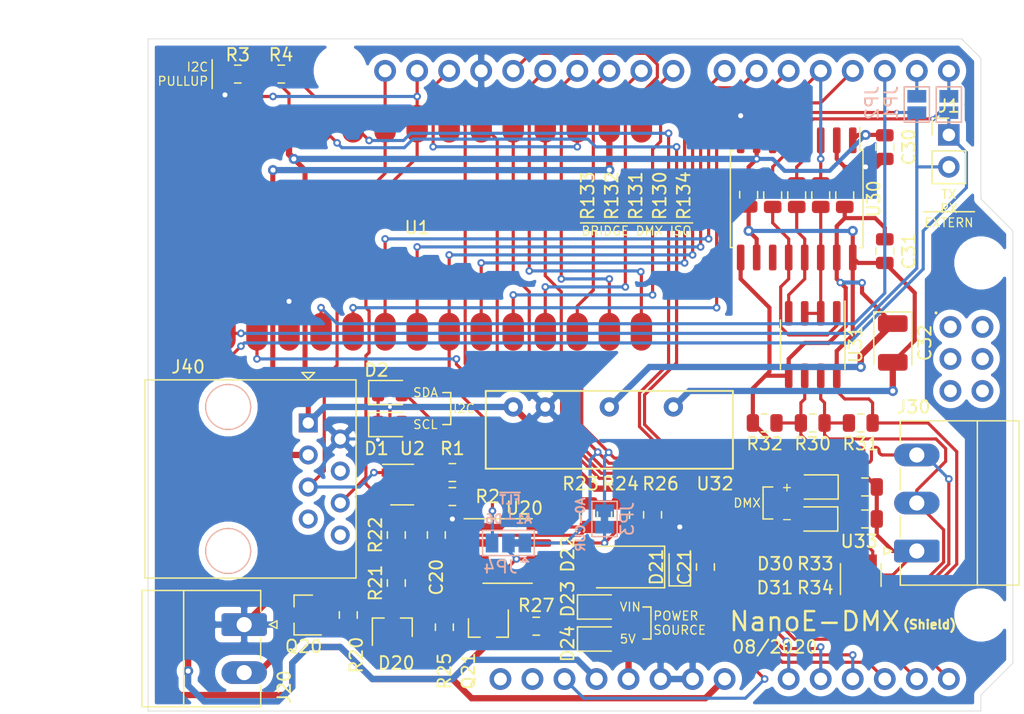
<source format=kicad_pcb>
(kicad_pcb (version 20171130) (host pcbnew 5.1.6)
  (title_block (title NanoE-DMX) (date 2020-08-21) (comment 1 "DRC ignore courtyards overlap R130-134/U30"))
  (layers (0 F.Cu signal) (31 B.Cu signal) (34 B.Paste user) (35 F.Paste user) (36 B.SilkS user) (37 F.SilkS user) (38 B.Mask user) (39 F.Mask user) (44 Edge.Cuts user))
  (net 0 "")
  (net 1 "Net-(C20-Pad1)")
  (net 2 GND)
  (net 3 /ISO_GND)
  (net 4 /ISO_+5V)
  (net 5 /VCC_EXT)
  (net 6 "Net-(D20-Pad2)")
  (net 7 "Net-(D22-Pad2)")
  (net 8 "Net-(D23-Pad1)")
  (net 9 "Net-(D24-Pad1)")
  (net 10 /VCC_IN)
  (net 11 /DMX-)
  (net 12 /DMX+)
  (net 13 /IO1)
  (net 14 /IO2)
  (net 15 /SCL)
  (net 16 /SDA)
  (net 17 /IO3)
  (net 18 /~FLT)
  (net 19 /VIN)
  (net 20 "Net-(R21-Pad2)")
  (net 21 "Net-(R22-Pad2)")
  (net 22 /CUR)
  (net 23 /ISO_REDE)
  (net 24 /REDE)
  (net 25 /ISO_TX)
  (net 26 /TX)
  (net 27 /RX)
  (net 28 /ISO_RX)
  (net 29 "Net-(U30-Pad6)")
  (net 30 "Net-(U30-Pad11)")
  (net 31 +5V)
  (net 32 +3V3)
  (net 33 /~RESET)
  (net 34 /SCK)
  (net 35 /MISO)
  (net 36 /MOSI)
  (net 37 /IO_CS)
  (net 38 /LCD_CS)
  (net 39 /LCD_RS)
  (net 40 /LCD_LED)
  (net 41 /A2)
  (net 42 /A3)
  (net 43 /AREF)
  (net 44 /D2)
  (net 45 /D3)
  (net 46 /D9)
  (net 47 "Net-(XA1-PadRST2)")
  (net 48 "Net-(XA1-PadGND4)")
  (net 49 "Net-(XA1-PadMOSI)")
  (net 50 "Net-(XA1-PadSCK)")
  (net 51 "Net-(XA1-Pad5V2)")
  (net 52 "Net-(XA1-PadIORF)")
  (net 53 "Net-(XA1-PadMISO)")
  (net 54 "Net-(JP1-Pad2)")
  (net 55 "Net-(JP2-Pad2)")
  (net 56 /A0-CUR)
  (net 57 /D6-~FLT)
  (net 58 /A4)
  (net 59 /A5)
  (net 60 /A1-~FLT)
  (net 61 "Net-(D1-Pad2)")
  (net 62 "Net-(D2-Pad2)")
  (net 63 "Net-(D30-Pad2)")
  (net 64 "Net-(D30-Pad1)")
  (net 65 "Net-(D31-Pad1)")
  (net 66 "Net-(D31-Pad2)")
  (net 67 "Net-(R1-Pad2)")
  (net 68 "Net-(R2-Pad2)")
  (module Package_SO:SOIC-16W_7.5x10.3mm_P1.27mm (layer F.Cu) (at 142.875 88.9 270)
    (fp_text reference U30 (at 0 -6.1 90) (layer F.SilkS))
    (fp_text value ADUM1301)
    (pad 1 smd roundrect (at -4.65 -4.445 270) (size 2.05 0.6) (layers F.Cu F.Paste F.Mask) (net 31 +5V))
    (pad 2 smd roundrect (at -4.65 -3.175 270) (size 2.05 0.6) (layers F.Cu F.Paste F.Mask) (net 2 GND))
    (pad 3 smd roundrect (at -4.65 -1.905 270) (size 2.05 0.6) (layers F.Cu F.Paste F.Mask) (net 24 /REDE))
    (pad 4 smd roundrect (at -4.65 -0.635 270) (size 2.05 0.6) (layers F.Cu F.Paste F.Mask) (net 26 /TX))
    (pad 5 smd roundrect (at -4.65 0.635 270) (size 2.05 0.6) (layers F.Cu F.Paste F.Mask) (net 27 /RX))
    (pad 6 smd roundrect (at -4.65 1.905 270) (size 2.05 0.6) (layers F.Cu F.Paste F.Mask) (net 29 "Net-(U30-Pad6)"))
    (pad 7 smd roundrect (at -4.65 3.175 270) (size 2.05 0.6) (layers F.Cu F.Paste F.Mask) (net 31 +5V))
    (pad 8 smd roundrect (at -4.65 4.445 270) (size 2.05 0.6) (layers F.Cu F.Paste F.Mask) (net 2 GND))
    (pad 9 smd roundrect (at 4.65 4.445 270) (size 2.05 0.6) (layers F.Cu F.Paste F.Mask) (net 3 /ISO_GND))
    (pad 10 smd roundrect (at 4.65 3.175 270) (size 2.05 0.6) (layers F.Cu F.Paste F.Mask) (net 4 /ISO_+5V))
    (pad 11 smd roundrect (at 4.65 1.905 270) (size 2.05 0.6) (layers F.Cu F.Paste F.Mask) (net 30 "Net-(U30-Pad11)"))
    (pad 12 smd roundrect (at 4.65 0.635 270) (size 2.05 0.6) (layers F.Cu F.Paste F.Mask) (net 28 /ISO_RX))
    (pad 13 smd roundrect (at 4.65 -0.635 270) (size 2.05 0.6) (layers F.Cu F.Paste F.Mask) (net 25 /ISO_TX))
    (pad 14 smd roundrect (at 4.65 -1.905 270) (size 2.05 0.6) (layers F.Cu F.Paste F.Mask) (net 23 /ISO_REDE))
    (pad 15 smd roundrect (at 4.65 -3.175 270) (size 2.05 0.6) (layers F.Cu F.Paste F.Mask) (net 3 /ISO_GND))
    (pad 16 smd roundrect (at 4.65 -4.445 270) (size 2.05 0.6) (layers F.Cu F.Paste F.Mask) (net 4 /ISO_+5V))
  )
  (module Package_SO:SOIC-8_3.9x4.9mm_P1.27mm (layer F.Cu) (at 119.95 116.84)
    (fp_text reference U20 (at 1.335 -3.4) (layer F.SilkS))
    (fp_text value TPS259630)
    (pad 8 smd roundrect (at 2.475 -1.905) (size 1.95 0.6) (layers F.Cu F.Paste F.Mask) (net 21 "Net-(R22-Pad2)"))
    (pad 7 smd roundrect (at 2.475 -0.635) (size 1.95 0.6) (layers F.Cu F.Paste F.Mask) (net 22 /CUR))
    (pad 6 smd roundrect (at 2.475 0.635) (size 1.95 0.6) (layers F.Cu F.Paste F.Mask) (net 18 /~FLT))
    (pad 5 smd roundrect (at 2.475 1.905) (size 1.95 0.6) (layers F.Cu F.Paste F.Mask) (net 7 "Net-(D22-Pad2)"))
    (pad 4 smd roundrect (at -2.475 1.905) (size 1.95 0.6) (layers F.Cu F.Paste F.Mask) (net 5 /VCC_EXT))
    (pad 3 smd roundrect (at -2.475 0.635) (size 1.95 0.6) (layers F.Cu F.Paste F.Mask) (net 20 "Net-(R21-Pad2)"))
    (pad 2 smd roundrect (at -2.475 -0.635) (size 1.95 0.6) (layers F.Cu F.Paste F.Mask) (net 1 "Net-(C20-Pad1)"))
    (pad 1 smd roundrect (at -2.475 -1.905) (size 1.95 0.6) (layers F.Cu F.Paste F.Mask) (net 2 GND))
  )
  (module Capacitor_SMD:C_0805_2012Metric (layer F.Cu) (at 114.3 115.57 90)
    (fp_text reference C20 (at -3.3505 0 90) (layer F.SilkS))
    (fp_text value 2.2n)
    (pad 1 smd roundrect (at -0.9375 0 90) (size 0.975 1.4) (layers F.Cu F.Paste F.Mask) (net 1 "Net-(C20-Pad1)"))
    (pad 2 smd roundrect (at 0.9375 0 90) (size 0.975 1.4) (layers F.Cu F.Paste F.Mask) (net 2 GND))
  )
  (module Capacitor_SMD:C_0805_2012Metric (layer F.Cu) (at 149.86 84.7875 90)
    (fp_text reference C30 (at 0 1.905 90) (layer F.SilkS))
    (fp_text value 100n)
    (pad 1 smd roundrect (at -0.9375 0 90) (size 0.975 1.4) (layers F.Cu F.Paste F.Mask) (net 2 GND))
    (pad 2 smd roundrect (at 0.9375 0 90) (size 0.975 1.4) (layers F.Cu F.Paste F.Mask) (net 31 +5V))
  )
  (module Capacitor_SMD:C_0805_2012Metric (layer F.Cu) (at 149.86 93.0425 90)
    (fp_text reference C31 (at 0.0023 1.905 90) (layer F.SilkS))
    (fp_text value 100n)
    (pad 2 smd roundrect (at 0.9375 0 90) (size 0.975 1.4) (layers F.Cu F.Paste F.Mask) (net 3 /ISO_GND))
    (pad 1 smd roundrect (at -0.9375 0 90) (size 0.975 1.4) (layers F.Cu F.Paste F.Mask) (net 4 /ISO_+5V))
  )
  (module Diode_SMD:D_SMA (layer F.Cu) (at 129 118.11 180)
    (fp_text reference D22 (at 4.286 1.016 90) (layer F.SilkS))
    (fp_text value STPS1L30AFN)
    (pad 2 smd rect (at 2 0 180) (size 2.5 1.8) (layers F.Cu F.Paste F.Mask) (net 7 "Net-(D22-Pad2)"))
    (pad 1 smd rect (at -2 0 180) (size 2.5 1.8) (layers F.Cu F.Paste F.Mask) (net 31 +5V))
  )
  (module LED_SMD:LED_0805_2012Metric (layer F.Cu) (at 127.1755 121.285)
    (fp_text reference D23 (at -2.4615 -0.635 90) (layer F.SilkS))
    (fp_text value LED)
    (pad 1 smd roundrect (at -0.9375 0) (size 0.975 1.4) (layers F.Cu F.Paste F.Mask) (net 8 "Net-(D23-Pad1)"))
    (pad 2 smd roundrect (at 0.9375 0) (size 0.975 1.4) (layers F.Cu F.Paste F.Mask) (net 7 "Net-(D22-Pad2)"))
  )
  (module LED_SMD:LED_0805_2012Metric (layer F.Cu) (at 127.1755 123.825)
    (fp_text reference D24 (at -2.4615 0.381 90) (layer F.SilkS))
    (fp_text value LED)
    (pad 2 smd roundrect (at 0.9375 0) (size 0.975 1.4) (layers F.Cu F.Paste F.Mask) (net 31 +5V))
    (pad 1 smd roundrect (at -0.9375 0) (size 0.975 1.4) (layers F.Cu F.Paste F.Mask) (net 9 "Net-(D24-Pad1)"))
  )
  (module Connector_RJ:RJ45_OST_PJ012-8P8CX_Vertical (layer F.Cu) (at 104.14 106.68 270)
    (fp_text reference J40 (at -4.445 9.525 180) (layer F.SilkS))
    (fp_text value RJ45)
    (pad 8 thru_hole circle (at 8.89 -2.54 270) (size 1.5 1.5) (drill 0.9) (layers *.Cu *.Mask) (net 13 /IO1))
    (pad 7 thru_hole circle (at 7.62 0 270) (size 1.5 1.5) (drill 0.9) (layers *.Cu *.Mask) (net 14 /IO2))
    (pad 6 thru_hole circle (at 6.35 -2.54 270) (size 1.5 1.5) (drill 0.9) (layers *.Cu *.Mask) (net 16 /SDA))
    (pad 5 thru_hole circle (at 5.08 0 270) (size 1.5 1.5) (drill 0.9) (layers *.Cu *.Mask) (net 15 /SCL))
    (pad 4 thru_hole circle (at 3.81 -2.54 270) (size 1.5 1.5) (drill 0.9) (layers *.Cu *.Mask) (net 17 /IO3))
    (pad 3 thru_hole circle (at 2.54 0 270) (size 1.5 1.5) (drill 0.9) (layers *.Cu *.Mask) (net 32 +3V3))
    (pad 2 thru_hole circle (at 1.27 -2.54 270) (size 1.5 1.5) (drill 0.9) (layers *.Cu *.Mask) (net 2 GND))
    (pad 1 thru_hole rect (at 0 0 270) (size 1.5 1.5) (drill 0.9) (layers *.Cu *.Mask) (net 31 +5V))
    (pad "" np_thru_hole circle (at -1.27 6.35 270) (size 3.65 3.65) (drill 3.45) (layers *.Cu *.SilkS *.Mask))
    (pad "" np_thru_hole circle (at 10.16 6.35 270) (size 3.65 3.65) (drill 3.45) (layers *.Cu *.SilkS *.Mask))
  )
  (module Package_TO_SOT_SMD:SOT-23 (layer F.Cu) (at 103.775 121.92 180)
    (fp_text reference Q20 (at 0 -2.5) (layer F.SilkS))
    (fp_text value "IRLM5203 (PMOS_GSD)")
    (pad 3 smd rect (at 1 0 180) (size 0.9 0.8) (layers F.Cu F.Paste F.Mask) (net 10 /VCC_IN))
    (pad 2 smd rect (at -1 0.95 180) (size 0.9 0.8) (layers F.Cu F.Paste F.Mask) (net 5 /VCC_EXT))
    (pad 1 smd rect (at -1 -0.95 180) (size 0.9 0.8) (layers F.Cu F.Paste F.Mask) (net 6 "Net-(D20-Pad2)"))
  )
  (module Package_TO_SOT_SMD:SOT-23 (layer F.Cu) (at 118.425 122.92 270)
    (fp_text reference Q21 (at 3.445 1.585 90) (layer F.SilkS))
    (fp_text value "IRLM5203 (PMOS_GSD)")
    (pad 1 smd rect (at -1 -0.95 270) (size 0.9 0.8) (layers F.Cu F.Paste F.Mask) (net 18 /~FLT))
    (pad 2 smd rect (at -1 0.95 270) (size 0.9 0.8) (layers F.Cu F.Paste F.Mask) (net 5 /VCC_EXT))
    (pad 3 smd rect (at 1 0 270) (size 0.9 0.8) (layers F.Cu F.Paste F.Mask) (net 19 /VIN))
  )
  (module Resistor_SMD:R_0805_2012Metric (layer F.Cu) (at 107.315 121.92 90)
    (fp_text reference R20 (at -3.175 0.635 270) (layer F.SilkS))
    (fp_text value 100k)
    (pad 1 smd roundrect (at -0.9375 0 90) (size 0.975 1.4) (layers F.Cu F.Paste F.Mask) (net 6 "Net-(D20-Pad2)"))
    (pad 2 smd roundrect (at 0.9375 0 90) (size 0.975 1.4) (layers F.Cu F.Paste F.Mask) (net 2 GND))
  )
  (module Resistor_SMD:R_0805_2012Metric (layer F.Cu) (at 111.125 119.38 90)
    (fp_text reference R21 (at 0 -1.65 90) (layer F.SilkS))
    (fp_text value 130k)
    (pad 1 smd roundrect (at -0.9375 0 90) (size 0.975 1.4) (layers F.Cu F.Paste F.Mask) (net 5 /VCC_EXT))
    (pad 2 smd roundrect (at 0.9375 0 90) (size 0.975 1.4) (layers F.Cu F.Paste F.Mask) (net 20 "Net-(R21-Pad2)"))
  )
  (module Resistor_SMD:R_0805_2012Metric (layer F.Cu) (at 111.125 115.57 90)
    (fp_text reference R22 (at 0 -1.65 90) (layer F.SilkS))
    (fp_text value 6.8k)
    (pad 1 smd roundrect (at -0.9375 0 90) (size 0.975 1.4) (layers F.Cu F.Paste F.Mask) (net 20 "Net-(R21-Pad2)"))
    (pad 2 smd roundrect (at 0.9375 0 90) (size 0.975 1.4) (layers F.Cu F.Paste F.Mask) (net 21 "Net-(R22-Pad2)"))
  )
  (module Resistor_SMD:R_0805_2012Metric (layer F.Cu) (at 126.365 113.9975 90)
    (fp_text reference R23 (at 2.4915 -0.635 180) (layer F.SilkS))
    (fp_text value 39k)
    (pad 2 smd roundrect (at 0.9375 0 90) (size 0.975 1.4) (layers F.Cu F.Paste F.Mask) (net 2 GND))
    (pad 1 smd roundrect (at -0.9375 0 90) (size 0.975 1.4) (layers F.Cu F.Paste F.Mask) (net 21 "Net-(R22-Pad2)"))
  )
  (module Resistor_SMD:R_0805_2012Metric (layer F.Cu) (at 128.905 113.9975 90)
    (fp_text reference R24 (at 2.4915 0 180) (layer F.SilkS))
    (fp_text value 910)
    (pad 2 smd roundrect (at 0.9375 0 90) (size 0.975 1.4) (layers F.Cu F.Paste F.Mask) (net 2 GND))
    (pad 1 smd roundrect (at -0.9375 0 90) (size 0.975 1.4) (layers F.Cu F.Paste F.Mask) (net 22 /CUR))
  )
  (module Resistor_SMD:R_0805_2012Metric (layer F.Cu) (at 114.935 122.8875 270)
    (fp_text reference R25 (at 3.4775 0 90) (layer F.SilkS))
    (fp_text value 100k)
    (pad 2 smd roundrect (at 0.9375 0 270) (size 0.975 1.4) (layers F.Cu F.Paste F.Mask) (net 18 /~FLT))
    (pad 1 smd roundrect (at -0.9375 0 270) (size 0.975 1.4) (layers F.Cu F.Paste F.Mask) (net 5 /VCC_EXT))
  )
  (module Resistor_SMD:R_0805_2012Metric (layer F.Cu) (at 131.445 113.9675 270)
    (fp_text reference R26 (at -2.4615 -0.635 180) (layer F.SilkS))
    (fp_text value 270)
    (pad 2 smd roundrect (at 0.9375 0 270) (size 0.975 1.4) (layers F.Cu F.Paste F.Mask) (net 8 "Net-(D23-Pad1)"))
    (pad 1 smd roundrect (at -0.9375 0 270) (size 0.975 1.4) (layers F.Cu F.Paste F.Mask) (net 2 GND))
  )
  (module Resistor_SMD:R_0805_2012Metric (layer F.Cu) (at 122.2225 122.809)
    (fp_text reference R27 (at 0 -1.65) (layer F.SilkS))
    (fp_text value 270)
    (pad 1 smd roundrect (at -0.9375 0) (size 0.975 1.4) (layers F.Cu F.Paste F.Mask) (net 18 /~FLT))
    (pad 2 smd roundrect (at 0.9375 0) (size 0.975 1.4) (layers F.Cu F.Paste F.Mask) (net 9 "Net-(D24-Pad1)"))
  )
  (module Resistor_SMD:R_0805_2012Metric (layer F.Cu) (at 144.145 106.68 180)
    (fp_text reference R30 (at 0 -1.65) (layer F.SilkS))
    (fp_text value 120)
    (pad 1 smd roundrect (at -0.9375 0 180) (size 0.975 1.4) (layers F.Cu F.Paste F.Mask) (net 11 /DMX-))
    (pad 2 smd roundrect (at 0.9375 0 180) (size 0.975 1.4) (layers F.Cu F.Paste F.Mask) (net 12 /DMX+))
  )
  (module Resistor_SMD:R_0805_2012Metric (layer F.Cu) (at 147.955 106.68 180)
    (fp_text reference R31 (at 0 -1.65) (layer F.SilkS))
    (fp_text value 560)
    (pad 2 smd roundrect (at 0.9375 0 180) (size 0.975 1.4) (layers F.Cu F.Paste F.Mask) (net 11 /DMX-))
    (pad 1 smd roundrect (at -0.9375 0 180) (size 0.975 1.4) (layers F.Cu F.Paste F.Mask) (net 4 /ISO_+5V))
  )
  (module Resistor_SMD:R_0805_2012Metric (layer F.Cu) (at 140.335 106.68 180)
    (fp_text reference R32 (at 0 -1.65) (layer F.SilkS))
    (fp_text value 560)
    (pad 2 smd roundrect (at 0.9375 0 180) (size 0.975 1.4) (layers F.Cu F.Paste F.Mask) (net 3 /ISO_GND))
    (pad 1 smd roundrect (at -0.9375 0 180) (size 0.975 1.4) (layers F.Cu F.Paste F.Mask) (net 12 /DMX+))
  )
  (module Package_SO:SOIC-8_3.9x4.9mm_P1.27mm (layer F.Cu) (at 144.145 100.457 270)
    (fp_text reference U31 (at 0 -3.4 90) (layer F.SilkS))
    (fp_text value MAX487E)
    (pad 1 smd roundrect (at -2.475 -1.905 270) (size 1.95 0.6) (layers F.Cu F.Paste F.Mask) (net 28 /ISO_RX))
    (pad 2 smd roundrect (at -2.475 -0.635 270) (size 1.95 0.6) (layers F.Cu F.Paste F.Mask) (net 23 /ISO_REDE))
    (pad 3 smd roundrect (at -2.475 0.635 270) (size 1.95 0.6) (layers F.Cu F.Paste F.Mask) (net 23 /ISO_REDE))
    (pad 4 smd roundrect (at -2.475 1.905 270) (size 1.95 0.6) (layers F.Cu F.Paste F.Mask) (net 25 /ISO_TX))
    (pad 5 smd roundrect (at 2.475 1.905 270) (size 1.95 0.6) (layers F.Cu F.Paste F.Mask) (net 3 /ISO_GND))
    (pad 6 smd roundrect (at 2.475 0.635 270) (size 1.95 0.6) (layers F.Cu F.Paste F.Mask) (net 12 /DMX+))
    (pad 7 smd roundrect (at 2.475 -0.635 270) (size 1.95 0.6) (layers F.Cu F.Paste F.Mask) (net 11 /DMX-))
    (pad 8 smd roundrect (at 2.475 -1.905 270) (size 1.95 0.6) (layers F.Cu F.Paste F.Mask) (net 4 /ISO_+5V))
  )
  (module Diode_SMD:D_SOT-23_ANK (layer F.Cu) (at 110.805 122.92 90)
    (fp_text reference D20 (at -2.81 0.32 180) (layer F.SilkS))
    (fp_text value BZX84C15)
    (pad 2 smd rect (at -1 -0.95 90) (size 0.9 0.8) (layers F.Cu F.Paste F.Mask) (net 6 "Net-(D20-Pad2)"))
    (pad "" smd rect (at -1 0.95 90) (size 0.9 0.8) (layers F.Cu F.Paste F.Mask))
    (pad 1 smd rect (at 1 0 90) (size 0.9 0.8) (layers F.Cu F.Paste F.Mask) (net 5 /VCC_EXT))
  )
  (module Resistor_SMD:R_0805_2012Metric (layer F.Cu) (at 144.78 88.5975 90)
    (fp_text reference R130 (at -0.0485 -12.7635 90) (layer F.SilkS))
    (fp_text value 0)
    (pad 1 smd roundrect (at -0.9375 0 90) (size 0.975 1.4) (layers F.Cu F.Paste F.Mask) (net 23 /ISO_REDE))
    (pad 2 smd roundrect (at 0.9375 0 90) (size 0.975 1.4) (layers F.Cu F.Paste F.Mask) (net 24 /REDE))
  )
  (module Resistor_SMD:R_0805_2012Metric (layer F.Cu) (at 142.875 88.5975 90)
    (fp_text reference R131 (at -0.0485 -12.7635 90) (layer F.SilkS))
    (fp_text value 0)
    (pad 2 smd roundrect (at 0.9375 0 90) (size 0.975 1.4) (layers F.Cu F.Paste F.Mask) (net 26 /TX))
    (pad 1 smd roundrect (at -0.9375 0 90) (size 0.975 1.4) (layers F.Cu F.Paste F.Mask) (net 25 /ISO_TX))
  )
  (module Resistor_SMD:R_0805_2012Metric (layer F.Cu) (at 140.97 88.5975 90)
    (fp_text reference R132 (at -0.0485 -12.7635 90) (layer F.SilkS))
    (fp_text value 0)
    (pad 1 smd roundrect (at -0.9375 0 90) (size 0.975 1.4) (layers F.Cu F.Paste F.Mask) (net 28 /ISO_RX))
    (pad 2 smd roundrect (at 0.9375 0 90) (size 0.975 1.4) (layers F.Cu F.Paste F.Mask) (net 27 /RX))
  )
  (module Resistor_SMD:R_0805_2012Metric (layer F.Cu) (at 139.065 88.5675 90)
    (fp_text reference R133 (at -0.0785 -12.7635 90) (layer F.SilkS))
    (fp_text value 0)
    (pad 2 smd roundrect (at 0.9375 0 90) (size 0.975 1.4) (layers F.Cu F.Paste F.Mask) (net 31 +5V))
    (pad 1 smd roundrect (at -0.9375 0 90) (size 0.975 1.4) (layers F.Cu F.Paste F.Mask) (net 4 /ISO_+5V))
  )
  (module Resistor_SMD:R_0805_2012Metric (layer F.Cu) (at 146.685 88.5975 90)
    (fp_text reference R134 (at -0.0485 -12.7635 90) (layer F.SilkS))
    (fp_text value 0)
    (pad 1 smd roundrect (at -0.9375 0 90) (size 0.975 1.4) (layers F.Cu F.Paste F.Mask) (net 3 /ISO_GND))
    (pad 2 smd roundrect (at 0.9375 0 90) (size 0.975 1.4) (layers F.Cu F.Paste F.Mask) (net 2 GND))
  )
  (module Capacitor_Tantalum_SMD:CP_EIA-3528-15_AVX-H (layer F.Cu) (at 150.495 100.33 270)
    (fp_text reference C32 (at 0 -2.54 90) (layer F.SilkS))
    (fp_text value 10u)
    (pad 2 smd roundrect (at 1.5375 0 270) (size 1.325 2.35) (layers F.Cu F.Paste F.Mask) (roundrect_rratio 0.188679) (net 4 /ISO_+5V))
    (pad 1 smd roundrect (at -1.5375 0 270) (size 1.325 2.35) (layers F.Cu F.Paste F.Mask) (roundrect_rratio 0.188679) (net 3 /ISO_GND))
  )
  (module Connector_Phoenix_MC:PhoenixContact_MC_1,5_2-G-3.81_1x02_P3.81mm_Horizontal (layer F.Cu) (at 99.06 122.682 270)
    (fp_text reference J20 (at 4.953 -3.175 90) (layer F.SilkS))
    (fp_text value Conn_01x02)
    (pad 1 thru_hole roundrect (at 0 0 270) (size 1.8 3.6) (drill 1.2) (layers *.Cu *.Mask) (roundrect_rratio 0.138889) (net 2 GND))
    (pad 2 thru_hole oval (at 3.81 0 270) (size 1.8 3.6) (drill 1.2) (layers *.Cu *.Mask) (net 10 /VCC_IN))
  )
  (module Connector_Phoenix_MC:PhoenixContact_MC_1,5_3-G-3.81_1x03_P3.81mm_Horizontal (layer F.Cu) (at 152.4 116.84 90)
    (fp_text reference J30 (at 11.43 -0.254 180) (layer F.SilkS))
    (fp_text value Conn_01x03)
    (pad 1 thru_hole roundrect (at 0 0 90) (size 1.8 3.6) (drill 1.2) (layers *.Cu *.Mask) (roundrect_rratio 0.138889) (net 3 /ISO_GND))
    (pad 2 thru_hole oval (at 3.81 0 90) (size 1.8 3.6) (drill 1.2) (layers *.Cu *.Mask) (net 11 /DMX-))
    (pad 3 thru_hole oval (at 7.62 0 90) (size 1.8 3.6) (drill 1.2) (layers *.Cu *.Mask) (net 12 /DMX+))
  )
  (module Connector_PinHeader_2.54mm:PinHeader_1x02_P2.54mm_Vertical (layer F.Cu) (at 154.94 83.82)
    (fp_text reference J1 (at 0 -2.286 180) (layer F.SilkS))
    (fp_text value Conn_01x02)
    (pad 1 thru_hole rect (at 0 0) (size 1.7 1.7) (drill 1) (layers *.Cu *.Mask) (net 26 /TX))
    (pad 2 thru_hole oval (at 0 2.54) (size 1.7 1.7) (drill 1) (layers *.Cu *.Mask) (net 27 /RX))
  )
  (module Jumper:SolderJumper-2_P1.3mm_Open_Pad1.0x1.5mm (layer B.Cu) (at 154.94 81.407 90)
    (fp_text reference JP1 (at 0.127 -4.572 90) (layer B.SilkS) (effects (justify mirror)))
    (fp_text value SolderJumper_2_Open)
    (pad 1 smd rect (at -0.65 0 90) (size 1 1.5) (layers B.Cu B.Mask) (net 26 /TX))
    (pad 2 smd rect (at 0.65 0 90) (size 1 1.5) (layers B.Cu B.Mask) (net 54 "Net-(JP1-Pad2)"))
  )
  (module Jumper:SolderJumper-2_P1.3mm_Open_Pad1.0x1.5mm (layer B.Cu) (at 152.4 81.407 90)
    (fp_text reference JP2 (at 0.127 -3.556 270) (layer B.SilkS) (effects (justify mirror)))
    (fp_text value SolderJumper_2_Open)
    (pad 2 smd rect (at 0.65 0 90) (size 1 1.5) (layers B.Cu B.Mask) (net 55 "Net-(JP2-Pad2)"))
    (pad 1 smd rect (at -0.65 0 90) (size 1 1.5) (layers B.Cu B.Mask) (net 27 /RX))
  )
  (module project:Nano_Every_SMD (layer F.Cu) (at 112.776 91.186)
    (fp_text reference U1 (at 0 0) (layer F.SilkS))
    (fp_text value Arduino_Nano_Every)
    (pad 16 smd oval (at 17.78 -8.255 270) (size 3 1.7) (layers F.Cu F.Mask) (net 34 /SCK))
    (pad 17 smd oval (at 15.24 -8.255 270) (size 3 1.7) (layers F.Cu F.Mask) (net 32 +3V3))
    (pad 18 smd oval (at 12.7 -8.255 270) (size 3 1.7) (layers F.Cu F.Mask) (net 43 /AREF))
    (pad 19 smd oval (at 10.16 -8.255 270) (size 3 1.7) (layers F.Cu F.Mask) (net 56 /A0-CUR))
    (pad 20 smd oval (at 7.62 -8.255 270) (size 3 1.7) (layers F.Cu F.Mask) (net 60 /A1-~FLT))
    (pad 21 smd oval (at 5.08 -8.255 270) (size 3 1.7) (layers F.Cu F.Mask) (net 41 /A2))
    (pad 22 smd oval (at 2.54 -8.255 270) (size 3 1.7) (layers F.Cu F.Mask) (net 42 /A3))
    (pad 23 smd oval (at 0 -8.255 270) (size 3 1.7) (layers F.Cu F.Mask) (net 16 /SDA))
    (pad 24 smd oval (at -2.54 -8.255 270) (size 3 1.7) (layers F.Cu F.Mask) (net 15 /SCL))
    (pad 25 smd oval (at -5.08 -8.255 270) (size 3 1.7) (layers F.Cu F.Mask) (net 58 /A4))
    (pad 26 smd oval (at -7.62 -8.255 270) (size 3 1.7) (layers F.Cu F.Mask) (net 59 /A5))
    (pad 27 smd oval (at -10.16 -8.255 270) (size 3 1.7) (layers F.Cu F.Mask) (net 31 +5V))
    (pad 28 smd oval (at -12.7 -8.255 270) (size 3 1.7) (layers F.Cu F.Mask) (net 33 /~RESET))
    (pad 29 smd oval (at -15.24 -8.255 270) (size 3 1.7) (layers F.Cu F.Mask) (net 2 GND))
    (pad 30 smd oval (at -17.78 -8.255 270) (size 3 1.7) (layers F.Cu F.Mask) (net 19 /VIN))
    (pad 2 smd oval (at -15.24 8.255 90) (size 3 1.7) (layers F.Cu F.Mask) (net 27 /RX))
    (pad 15 smd oval (at 17.78 8.255 90) (size 3 1.7) (layers F.Cu F.Mask) (net 35 /MISO))
    (pad 8 smd oval (at 0 8.255 90) (size 3 1.7) (layers F.Cu F.Mask) (net 37 /IO_CS))
    (pad 6 smd oval (at -5.08 8.255 90) (size 3 1.7) (layers F.Cu F.Mask) (net 45 /D3))
    (pad 7 smd oval (at -2.54 8.255 90) (size 3 1.7) (layers F.Cu F.Mask) (net 24 /REDE))
    (pad 9 smd oval (at 2.54 8.255 90) (size 3 1.7) (layers F.Cu F.Mask) (net 57 /D6-~FLT))
    (pad 10 smd oval (at 5.08 8.255 90) (size 3 1.7) (layers F.Cu F.Mask) (net 39 /LCD_RS))
    (pad 4 smd oval (at -10.16 8.255 90) (size 3 1.7) (layers F.Cu F.Mask) (net 2 GND))
    (pad 14 smd oval (at 15.24 8.255 90) (size 3 1.7) (layers F.Cu F.Mask) (net 36 /MOSI))
    (pad 1 smd oval (at -17.78 8.255 90) (size 3 1.7) (layers F.Cu F.Mask) (net 26 /TX))
    (pad 12 smd oval (at 10.16 8.255 90) (size 3 1.7) (layers F.Cu F.Mask) (net 46 /D9))
    (pad 13 smd oval (at 12.7 8.255 90) (size 3 1.7) (layers F.Cu F.Mask) (net 40 /LCD_LED))
    (pad 5 smd oval (at -7.62 8.255 90) (size 3 1.7) (layers F.Cu F.Mask) (net 44 /D2))
    (pad 3 smd oval (at -12.7 8.255 90) (size 3 1.7) (layers F.Cu F.Mask) (net 33 /~RESET))
    (pad 11 smd oval (at 7.62 8.255 90) (size 3 1.7) (layers F.Cu F.Mask) (net 38 /LCD_CS))
  )
  (module project:Arduino_Shield (layer F.Cu) (at 91.44 129.54)
    (fp_text reference XA1)
    (fp_text value Arduino_Uno_Shield)
    (fp_text user . (at 62.484 -32.004) (layer F.SilkS))
    (pad RST2 thru_hole oval (at 63.627 -25.4) (size 1.7272 1.7272) (drill 1.016) (layers *.Cu *.Mask) (net 47 "Net-(XA1-PadRST2)"))
    (pad GND4 thru_hole oval (at 66.167 -25.4) (size 1.7272 1.7272) (drill 1.016) (layers *.Cu *.Mask) (net 48 "Net-(XA1-PadGND4)"))
    (pad MOSI thru_hole oval (at 66.167 -27.94) (size 1.7272 1.7272) (drill 1.016) (layers *.Cu *.Mask) (net 49 "Net-(XA1-PadMOSI)"))
    (pad SCK thru_hole oval (at 63.627 -27.94) (size 1.7272 1.7272) (drill 1.016) (layers *.Cu *.Mask) (net 50 "Net-(XA1-PadSCK)"))
    (pad 5V2 thru_hole oval (at 66.167 -30.48) (size 1.7272 1.7272) (drill 1.016) (layers *.Cu *.Mask) (net 51 "Net-(XA1-Pad5V2)"))
    (pad A0 thru_hole oval (at 50.8 -2.54) (size 1.7272 1.7272) (drill 1.016) (layers *.Cu *.Mask) (net 56 /A0-CUR))
    (pad VIN thru_hole oval (at 45.72 -2.54) (size 1.7272 1.7272) (drill 1.016) (layers *.Cu *.Mask) (net 19 /VIN))
    (pad GND3 thru_hole oval (at 43.18 -2.54) (size 1.7272 1.7272) (drill 1.016) (layers *.Cu *.Mask) (net 2 GND))
    (pad GND2 thru_hole oval (at 40.64 -2.54) (size 1.7272 1.7272) (drill 1.016) (layers *.Cu *.Mask) (net 2 GND))
    (pad 5V1 thru_hole oval (at 38.1 -2.54) (size 1.7272 1.7272) (drill 1.016) (layers *.Cu *.Mask) (net 31 +5V))
    (pad 3V3 thru_hole oval (at 35.56 -2.54) (size 1.7272 1.7272) (drill 1.016) (layers *.Cu *.Mask) (net 32 +3V3))
    (pad RST1 thru_hole oval (at 33.02 -2.54) (size 1.7272 1.7272) (drill 1.016) (layers *.Cu *.Mask) (net 33 /~RESET))
    (pad IORF thru_hole oval (at 30.48 -2.54) (size 1.7272 1.7272) (drill 1.016) (layers *.Cu *.Mask) (net 52 "Net-(XA1-PadIORF)"))
    (pad D0 thru_hole oval (at 63.5 -50.8) (size 1.7272 1.7272) (drill 1.016) (layers *.Cu *.Mask) (net 54 "Net-(JP1-Pad2)"))
    (pad D1 thru_hole oval (at 60.96 -50.8) (size 1.7272 1.7272) (drill 1.016) (layers *.Cu *.Mask) (net 55 "Net-(JP2-Pad2)"))
    (pad D2 thru_hole oval (at 58.42 -50.8) (size 1.7272 1.7272) (drill 1.016) (layers *.Cu *.Mask) (net 44 /D2))
    (pad D3 thru_hole oval (at 55.88 -50.8) (size 1.7272 1.7272) (drill 1.016) (layers *.Cu *.Mask) (net 45 /D3))
    (pad D4 thru_hole oval (at 53.34 -50.8) (size 1.7272 1.7272) (drill 1.016) (layers *.Cu *.Mask) (net 24 /REDE))
    (pad D5 thru_hole oval (at 50.8 -50.8) (size 1.7272 1.7272) (drill 1.016) (layers *.Cu *.Mask) (net 37 /IO_CS))
    (pad D6 thru_hole oval (at 48.26 -50.8) (size 1.7272 1.7272) (drill 1.016) (layers *.Cu *.Mask) (net 57 /D6-~FLT))
    (pad D7 thru_hole oval (at 45.72 -50.8) (size 1.7272 1.7272) (drill 1.016) (layers *.Cu *.Mask) (net 39 /LCD_RS))
    (pad GND1 thru_hole oval (at 26.416 -50.8) (size 1.7272 1.7272) (drill 1.016) (layers *.Cu *.Mask) (net 2 GND))
    (pad D8 thru_hole oval (at 41.656 -50.8) (size 1.7272 1.7272) (drill 1.016) (layers *.Cu *.Mask) (net 38 /LCD_CS))
    (pad D9 thru_hole oval (at 39.116 -50.8) (size 1.7272 1.7272) (drill 1.016) (layers *.Cu *.Mask) (net 46 /D9))
    (pad D10 thru_hole oval (at 36.576 -50.8) (size 1.7272 1.7272) (drill 1.016) (layers *.Cu *.Mask) (net 40 /LCD_LED))
    (pad "" np_thru_hole circle (at 66.04 -7.62) (size 3.2 3.2) (drill 3.2) (layers *.Cu *.Mask))
    (pad "" np_thru_hole circle (at 66.04 -35.56) (size 3.2 3.2) (drill 3.2) (layers *.Cu *.Mask))
    (pad "" np_thru_hole circle (at 15.24 -50.8) (size 3.2 3.2) (drill 3.2) (layers *.Cu *.Mask))
    (pad "" np_thru_hole circle (at 13.97 -2.54) (size 3.2 3.2) (drill 3.2) (layers *.Cu *.Mask))
    (pad SCL thru_hole oval (at 18.796 -50.8) (size 1.7272 1.7272) (drill 1.016) (layers *.Cu *.Mask) (net 15 /SCL))
    (pad SDA thru_hole oval (at 21.336 -50.8) (size 1.7272 1.7272) (drill 1.016) (layers *.Cu *.Mask) (net 16 /SDA))
    (pad AREF thru_hole oval (at 23.876 -50.8) (size 1.7272 1.7272) (drill 1.016) (layers *.Cu *.Mask) (net 43 /AREF))
    (pad D13 thru_hole oval (at 28.956 -50.8) (size 1.7272 1.7272) (drill 1.016) (layers *.Cu *.Mask) (net 34 /SCK))
    (pad D12 thru_hole oval (at 31.496 -50.8) (size 1.7272 1.7272) (drill 1.016) (layers *.Cu *.Mask) (net 35 /MISO))
    (pad D11 thru_hole oval (at 34.036 -50.8) (size 1.7272 1.7272) (drill 1.016) (layers *.Cu *.Mask) (net 36 /MOSI))
    (pad "" thru_hole oval (at 27.94 -2.54) (size 1.7272 1.7272) (drill 1.016) (layers *.Cu *.Mask))
    (pad A1 thru_hole oval (at 53.34 -2.54) (size 1.7272 1.7272) (drill 1.016) (layers *.Cu *.Mask) (net 60 /A1-~FLT))
    (pad A2 thru_hole oval (at 55.88 -2.54) (size 1.7272 1.7272) (drill 1.016) (layers *.Cu *.Mask) (net 41 /A2))
    (pad A3 thru_hole oval (at 58.42 -2.54) (size 1.7272 1.7272) (drill 1.016) (layers *.Cu *.Mask) (net 42 /A3))
    (pad A4 thru_hole oval (at 60.96 -2.54) (size 1.7272 1.7272) (drill 1.016) (layers *.Cu *.Mask) (net 58 /A4))
    (pad A5 thru_hole oval (at 63.5 -2.54) (size 1.7272 1.7272) (drill 1.016) (layers *.Cu *.Mask) (net 59 /A5))
    (pad MISO thru_hole oval (at 63.627 -30.48) (size 1.7272 1.7272) (drill 1.016) (layers *.Cu *.Mask) (net 53 "Net-(XA1-PadMISO)"))
  )
  (module Jumper:SolderJumper-2_P1.3mm_Bridged_Pad1.0x1.5mm (layer B.Cu) (at 127.635 114.3 90)
    (fp_text reference JP3 (at 0 1.8 90) (layer B.SilkS) (effects (justify mirror)))
    (fp_text value SolderJumper_2_Bridged)
    (fp_poly (pts (xy -0.25 0.3) (xy 0.25 0.3) (xy 0.25 -0.3) (xy -0.25 -0.3)) (layer B.Cu) (width 0))
    (pad 1 smd rect (at -0.65 0 90) (size 1 1.5) (layers B.Cu B.Mask) (net 22 /CUR))
    (pad 2 smd rect (at 0.65 0 90) (size 1 1.5) (layers B.Cu B.Mask) (net 56 /A0-CUR))
  )
  (module Jumper:SolderJumper-3_P1.3mm_Bridged12_Pad1.0x1.5mm (layer B.Cu) (at 120.015 116.205 180)
    (fp_text reference JP4 (at 0.635 -1.905) (layer B.SilkS) (effects (justify mirror)))
    (fp_text value SolderJumper_3_Bridged12)
    (fp_poly (pts (xy -0.9 0.3) (xy -0.4 0.3) (xy -0.4 -0.3) (xy -0.9 -0.3)) (layer B.Cu) (width 0))
    (pad 1 smd rect (at -1.3 0 180) (size 1 1.5) (layers B.Cu B.Mask) (net 60 /A1-~FLT))
    (pad 3 smd rect (at 1.3 0 180) (size 1 1.5) (layers B.Cu B.Mask) (net 57 /D6-~FLT))
    (pad 2 smd rect (at 0 0 180) (size 1 1.5) (layers B.Cu B.Mask) (net 18 /~FLT))
  )
  (module Capacitor_SMD:C_0805_2012Metric (layer F.Cu) (at 135.636 118.11 90)
    (fp_text reference C21 (at 0 -1.65 90) (layer F.SilkS))
    (fp_text value 1u)
    (pad 1 smd roundrect (at -0.9375 0 90) (size 0.975 1.4) (layers F.Cu F.Paste F.Mask) (net 31 +5V))
    (pad 2 smd roundrect (at 0.9375 0 90) (size 0.975 1.4) (layers F.Cu F.Paste F.Mask) (net 2 GND))
  )
  (module project:SIP7-1-2-4-6 (layer F.Cu) (at 128.016 105.41)
    (fp_text reference U32 (at 8.382 6.096) (layer F.SilkS))
    (fp_text value DCDC-SIP7-1-2-4-6)
    (pad 1 thru_hole circle (at -7.62 0) (size 1.524 1.524) (drill 0.762) (layers *.Cu *.Mask) (net 31 +5V))
    (pad 2 thru_hole circle (at -5.08 0) (size 1.524 1.524) (drill 0.762) (layers *.Cu *.Mask) (net 2 GND))
    (pad 4 thru_hole circle (at 0 0) (size 1.524 1.524) (drill 0.762) (layers *.Cu *.Mask) (net 3 /ISO_GND))
    (pad 6 thru_hole circle (at 5.08 0) (size 1.524 1.524) (drill 0.762) (layers *.Cu *.Mask) (net 4 /ISO_+5V))
  )
  (module Diode_SMD:D_SOD-323F (layer F.Cu) (at 133.604 118.11 90)
    (fp_text reference D21 (at 0 -1.85 90) (layer F.SilkS))
    (fp_text value BAT54J)
    (pad 1 smd rect (at -1.1 0 90) (size 0.5 0.5) (layers F.Cu F.Paste F.Mask) (net 31 +5V))
    (pad 2 smd rect (at 1.1 0 90) (size 0.5 0.5) (layers F.Cu F.Paste F.Mask) (net 2 GND))
  )
  (module LED_SMD:LED_0805_2012Metric (layer F.Cu) (at 110.617 106.807)
    (fp_text reference D1 (at -1.0645 1.905) (layer F.SilkS))
    (fp_text value LED)
    (pad 2 smd roundrect (at 0.9375 0) (size 0.975 1.4) (layers F.Cu F.Paste F.Mask) (net 61 "Net-(D1-Pad2)"))
    (pad 1 smd roundrect (at -0.9375 0) (size 0.975 1.4) (layers F.Cu F.Paste F.Mask) (net 2 GND))
  )
  (module LED_SMD:LED_0805_2012Metric (layer F.Cu) (at 110.617 104.267)
    (fp_text reference D2 (at -1.0645 -1.778) (layer F.SilkS))
    (fp_text value LED)
    (pad 1 smd roundrect (at -0.9375 0) (size 0.975 1.4) (layers F.Cu F.Paste F.Mask) (net 2 GND))
    (pad 2 smd roundrect (at 0.9375 0) (size 0.975 1.4) (layers F.Cu F.Paste F.Mask) (net 62 "Net-(D2-Pad2)"))
  )
  (module LED_SMD:LED_0805_2012Metric (layer F.Cu) (at 144.4775 111.76 180)
    (fp_text reference D30 (at 3.302 -6.095) (layer F.SilkS))
    (fp_text value LED)
    (pad 1 smd roundrect (at -0.9375 0 180) (size 0.975 1.4) (layers F.Cu F.Paste F.Mask) (net 64 "Net-(D30-Pad1)"))
    (pad 2 smd roundrect (at 0.9375 0 180) (size 0.975 1.4) (layers F.Cu F.Paste F.Mask) (net 63 "Net-(D30-Pad2)"))
  )
  (module LED_SMD:LED_0805_2012Metric (layer F.Cu) (at 144.4475 114.3 180)
    (fp_text reference D31 (at 3.302 -5.46) (layer F.SilkS))
    (fp_text value LED)
    (pad 2 smd roundrect (at 0.9375 0 180) (size 0.975 1.4) (layers F.Cu F.Paste F.Mask) (net 66 "Net-(D31-Pad2)"))
    (pad 1 smd roundrect (at -0.9375 0 180) (size 0.975 1.4) (layers F.Cu F.Paste F.Mask) (net 65 "Net-(D31-Pad1)"))
  )
  (module Resistor_SMD:R_0805_2012Metric (layer F.Cu) (at 115.57 110.617 180)
    (fp_text reference R1 (at 0 1.905) (layer F.SilkS))
    (fp_text value 270)
    (pad 2 smd roundrect (at 0.9375 0 180) (size 0.975 1.4) (layers F.Cu F.Paste F.Mask) (net 67 "Net-(R1-Pad2)"))
    (pad 1 smd roundrect (at -0.9375 0 180) (size 0.975 1.4) (layers F.Cu F.Paste F.Mask) (net 61 "Net-(D1-Pad2)"))
  )
  (module Resistor_SMD:R_0805_2012Metric (layer F.Cu) (at 115.57 112.522 180)
    (fp_text reference R2 (at -2.794 0) (layer F.SilkS))
    (fp_text value 270)
    (pad 1 smd roundrect (at -0.9375 0 180) (size 0.975 1.4) (layers F.Cu F.Paste F.Mask) (net 62 "Net-(D2-Pad2)"))
    (pad 2 smd roundrect (at 0.9375 0 180) (size 0.975 1.4) (layers F.Cu F.Paste F.Mask) (net 68 "Net-(R2-Pad2)"))
  )
  (module Resistor_SMD:R_0805_2012Metric (layer F.Cu) (at 148.2875 111.76 180)
    (fp_text reference R33 (at 3.937 -6.095) (layer F.SilkS))
    (fp_text value 270)
    (pad 1 smd roundrect (at -0.9375 0 180) (size 0.975 1.4) (layers F.Cu F.Paste F.Mask) (net 3 /ISO_GND))
    (pad 2 smd roundrect (at 0.9375 0 180) (size 0.975 1.4) (layers F.Cu F.Paste F.Mask) (net 64 "Net-(D30-Pad1)"))
  )
  (module Resistor_SMD:R_0805_2012Metric (layer F.Cu) (at 148.2875 114.3 180)
    (fp_text reference R34 (at 3.937 -5.46) (layer F.SilkS))
    (fp_text value 270)
    (pad 2 smd roundrect (at 0.9375 0 180) (size 0.975 1.4) (layers F.Cu F.Paste F.Mask) (net 65 "Net-(D31-Pad1)"))
    (pad 1 smd roundrect (at -0.9375 0 180) (size 0.975 1.4) (layers F.Cu F.Paste F.Mask) (net 3 /ISO_GND))
  )
  (module Package_TO_SOT_SMD:SOT-23-6 (layer F.Cu) (at 111.59 111.572)
    (fp_text reference U2 (at 0.805 -2.86) (layer F.SilkS))
    (fp_text value 74LVC2G34)
    (pad 5 smd rect (at 1.1 0) (size 1.06 0.65) (layers F.Cu F.Paste F.Mask) (net 31 +5V) (clearance 0.15))
    (pad 6 smd rect (at 1.1 -0.95) (size 1.06 0.65) (layers F.Cu F.Paste F.Mask) (net 67 "Net-(R1-Pad2)"))
    (pad 4 smd rect (at 1.1 0.95) (size 1.06 0.65) (layers F.Cu F.Paste F.Mask) (net 68 "Net-(R2-Pad2)"))
    (pad 3 smd rect (at -1.1 0.95) (size 1.06 0.65) (layers F.Cu F.Paste F.Mask) (net 16 /SDA))
    (pad 2 smd rect (at -1.1 0) (size 1.06 0.65) (layers F.Cu F.Paste F.Mask) (net 2 GND) (clearance 0.15))
    (pad 1 smd rect (at -1.1 -0.95) (size 1.06 0.65) (layers F.Cu F.Paste F.Mask) (net 15 /SCL))
  )
  (module Package_TO_SOT_SMD:SOT-23-6 (layer F.Cu) (at 147.955 118.745 90)
    (fp_text reference U33 (at 2.667 -0.127 180) (layer F.SilkS))
    (fp_text value 74LVC2G34)
    (pad 5 smd rect (at 1.1 0 90) (size 1.06 0.65) (layers F.Cu F.Paste F.Mask) (net 4 /ISO_+5V))
    (pad 6 smd rect (at 1.1 -0.95 90) (size 1.06 0.65) (layers F.Cu F.Paste F.Mask) (net 63 "Net-(D30-Pad2)"))
    (pad 4 smd rect (at 1.1 0.95 90) (size 1.06 0.65) (layers F.Cu F.Paste F.Mask) (net 66 "Net-(D31-Pad2)"))
    (pad 3 smd rect (at -1.1 0.95 90) (size 1.06 0.65) (layers F.Cu F.Paste F.Mask) (net 11 /DMX-))
    (pad 2 smd rect (at -1.1 0 90) (size 1.06 0.65) (layers F.Cu F.Paste F.Mask) (net 3 /ISO_GND))
    (pad 1 smd rect (at -1.1 -0.95 90) (size 1.06 0.65) (layers F.Cu F.Paste F.Mask) (net 12 /DMX+))
  )
  (module Resistor_SMD:R_0805_2012Metric (layer F.Cu) (at 98.552 78.994 180)
    (fp_text reference R3 (at 0 1.524) (layer F.SilkS))
    (fp_text value R)
    (pad 1 smd roundrect (at -0.9375 0 180) (size 0.975 1.4) (layers F.Cu F.Paste F.Mask) (net 31 +5V))
    (pad 2 smd roundrect (at 0.9375 0 180) (size 0.975 1.4) (layers F.Cu F.Paste F.Mask) (net 16 /SDA))
  )
  (module Resistor_SMD:R_0805_2012Metric (layer F.Cu) (at 102.000001 78.994)
    (fp_text reference R4 (at -0.019001 -1.524) (layer F.SilkS))
    (fp_text value R)
    (pad 2 smd roundrect (at 0.9375 0) (size 0.975 1.4) (layers F.Cu F.Paste F.Mask) (net 15 /SCL))
    (pad 1 smd roundrect (at -0.9375 0) (size 0.975 1.4) (layers F.Cu F.Paste F.Mask) (net 31 +5V))
  )
  (gr_text A0-CUR (at 125.73 114.7445 90) (layer B.SilkS) (effects (font (size 0.7 0.7)) (justify mirror)))
  (gr_line (start 120.142 114.3) (end 120.523 114.3) (layer B.SilkS) (width 0.12))
  (gr_line (start 120.142 114.3) (end 119.761 114.3) (layer B.SilkS) (width 0.12))
  (gr_line (start 120.142 113.411) (end 120.142 114.3) (layer B.SilkS) (width 0.12))
  (gr_text ~FLT (at 120.142 112.776) (layer B.SilkS) (effects (font (size 0.7 0.7)) (justify mirror)))
  (gr_text "(Shield)" (at 153.416 122.682) (layer F.SilkS) (effects (font (size 0.7 0.7) (thickness 0.175))))
  (gr_text 08/2020 (at 137.668 124.46) (layer F.SilkS) (effects (font (size 1 1)) (justify left)))
  (gr_text NanoE-DMX (at 137.414 122.428) (layer F.SilkS) (effects (font (size 1.5 1.5) (thickness 0.2)) (justify left)))
  (gr_line (start 152.908 89.916) (end 156.972 89.916) (layer F.SilkS) (width 0.12))
  (gr_text "TX\nRX\nEXTERN" (at 154.94 89.662) (layer F.SilkS) (effects (font (size 0.7 0.7) (thickness 0.1))))
  (gr_line (start 96.52 77.851) (end 96.52 80.137) (layer F.SilkS) (width 0.12))
  (gr_text "I2C\nPULLUP" (at 96.266 78.994) (layer F.SilkS) (effects (font (size 0.7 0.7) (thickness 0.1)) (justify right)))
  (gr_line (start 140.208 114.3) (end 140.208 112.395) (layer F.SilkS) (width 0.12))
  (gr_text - (at 141.605 114.3) (layer F.SilkS) (effects (font (size 0.7 0.7) (thickness 0.1)) (justify left)))
  (gr_text DMX (at 137.795 113.03) (layer F.SilkS) (effects (font (size 0.7 0.7) (thickness 0.1)) (justify left)))
  (gr_line (start 140.97 114.3) (end 140.208 114.3) (layer F.SilkS) (width 0.12))
  (gr_line (start 140.208 111.76) (end 140.208 112.395) (layer F.SilkS) (width 0.12))
  (gr_text + (at 141.605 111.76) (layer F.SilkS) (effects (font (size 0.7 0.7) (thickness 0.1)) (justify left)))
  (gr_line (start 140.97 111.76) (end 140.208 111.76) (layer F.SilkS) (width 0.12))
  (gr_line (start 114.808 106.807) (end 115.443 106.807) (layer F.SilkS) (width 0.12))
  (gr_line (start 114.808 104.267) (end 115.443 104.267) (layer F.SilkS) (width 0.12))
  (gr_line (start 115.443 104.267) (end 115.443 104.902) (layer F.SilkS) (width 0.12))
  (gr_text I2C (at 115.57 105.537) (layer F.SilkS) (effects (font (size 0.7 0.7) (thickness 0.1)) (justify left)))
  (gr_line (start 115.443 106.807) (end 115.443 104.902) (layer F.SilkS) (width 0.12))
  (gr_line (start 131.318 123.825) (end 131.318 121.92) (layer F.SilkS) (width 0.12))
  (gr_text "POWER\nSOURCE" (at 131.445 122.555) (layer F.SilkS) (effects (font (size 0.7 0.7) (thickness 0.1)) (justify left)))
  (gr_line (start 131.318 121.285) (end 131.318 121.92) (layer F.SilkS) (width 0.12))
  (gr_line (start 130.683 121.285) (end 131.318 121.285) (layer F.SilkS) (width 0.12))
  (gr_line (start 130.683 123.825) (end 131.318 123.825) (layer F.SilkS) (width 0.12))
  (gr_text SCL (at 112.395 106.807) (layer F.SilkS) (effects (font (size 0.7 0.7) (thickness 0.1)) (justify left)))
  (gr_text SDA (at 112.395 104.267) (layer F.SilkS) (effects (font (size 0.7 0.7) (thickness 0.1)) (justify left)))
  (gr_text 5V (at 128.778 123.825) (layer F.SilkS) (effects (font (size 0.7 0.7) (thickness 0.1)) (justify left)))
  (gr_text VIN (at 128.778 121.285) (layer F.SilkS) (effects (font (size 0.7 0.7) (thickness 0.1)) (justify left)))
  (gr_text "BRIDGE DMX ISO" (at 130.175 91.44) (layer F.SilkS) (effects (font (size 0.7 0.7) (thickness 0.1))))
  (gr_line (start 125.73 90.805) (end 134.62 90.805) (layer F.SilkS) (width 0.12))
  (gr_text "A1  D6" (at 120.015 114.3) (layer B.SilkS) (effects (font (size 0.7 0.7)) (justify mirror)))
  (gr_line (start 160.02 91.44) (end 157.48 88.9) (layer Edge.Cuts) (width 0.05))
  (gr_line (start 155.956 76.2) (end 91.44 76.2) (layer Edge.Cuts) (width 0.05))
  (gr_line (start 157.48 77.724) (end 155.956 76.2) (layer Edge.Cuts) (width 0.05))
  (gr_line (start 157.48 88.9) (end 157.48 77.724) (layer Edge.Cuts) (width 0.05))
  (gr_line (start 160.02 125.73) (end 160.02 91.44) (layer Edge.Cuts) (width 0.05))
  (gr_line (start 157.48 128.27) (end 160.02 125.73) (layer Edge.Cuts) (width 0.05))
  (gr_line (start 157.48 129.54) (end 157.48 128.27) (layer Edge.Cuts) (width 0.05))
  (gr_line (start 91.44 129.54) (end 157.48 129.54) (layer Edge.Cuts) (width 0.05))
  (gr_line (start 91.44 76.2) (end 91.44 129.54) (layer Edge.Cuts) (width 0.05))
  (segment (start 114.3 116.205) (end 117.475 116.205) (width 0.25) (layer F.Cu) (net 1))
  (segment (start 116.87 114.33) (end 117.475 114.935) (width 0.5) (layer F.Cu) (net 2))
  (segment (start 114.3 114.33) (end 116.87 114.33) (width 0.5) (layer F.Cu) (net 2))
  (segment (start 117.475 114.935) (end 119.38 114.935) (width 0.5) (layer F.Cu) (net 2))
  (segment (start 121.255 113.06) (end 126.365 113.06) (width 0.5) (layer F.Cu) (net 2))
  (segment (start 119.38 114.935) (end 121.255 113.06) (width 0.5) (layer F.Cu) (net 2))
  (segment (start 126.365 113.06) (end 128.905 113.06) (width 0.5) (layer F.Cu) (net 2))
  (segment (start 131.415 113.06) (end 131.445 113.03) (width 0.5) (layer F.Cu) (net 2))
  (segment (start 128.905 113.06) (end 131.415 113.06) (width 0.5) (layer F.Cu) (net 2))
  (via (at 133.604 114.935) (size 0.8) (drill 0.4) (layers F.Cu B.Cu) (net 2))
  (via (at 115.57 114.3) (size 0.8) (drill 0.4) (layers F.Cu B.Cu) (net 2))
  (segment (start 101.854 119.888) (end 99.06 122.682) (width 0.5) (layer F.Cu) (net 2))
  (segment (start 106.2205 119.888) (end 101.854 119.888) (width 0.5) (layer F.Cu) (net 2))
  (segment (start 107.315 120.9825) (end 106.2205 119.888) (width 0.5) (layer F.Cu) (net 2))
  (segment (start 102.616 99.441) (end 102.616 97.028) (width 0.5) (layer F.Cu) (net 2))
  (via (at 102.616 97.028) (size 0.8) (drill 0.4) (layers F.Cu B.Cu) (net 2))
  (segment (start 146.05 84.25) (end 146.05 85.725) (width 0.33) (layer F.Cu) (net 2))
  (segment (start 146.685 86.36) (end 146.685 87.66) (width 0.33) (layer F.Cu) (net 2))
  (segment (start 146.05 85.725) (end 146.685 86.36) (width 0.33) (layer F.Cu) (net 2))
  (segment (start 149.225 86.36) (end 148.336 86.36) (width 0.33) (layer F.Cu) (net 2))
  (segment (start 149.86 85.725) (end 149.225 86.36) (width 0.33) (layer F.Cu) (net 2))
  (segment (start 148.336 86.36) (end 146.685 86.36) (width 0.33) (layer F.Cu) (net 2))
  (via (at 148.336 86.36) (size 0.8) (drill 0.4) (layers F.Cu B.Cu) (net 2))
  (segment (start 133.604 114.935) (end 133.604 116.713) (width 0.5) (layer F.Cu) (net 2))
  (segment (start 134.0635 117.1725) (end 135.636 117.1725) (width 0.5) (layer F.Cu) (net 2))
  (segment (start 133.604 116.713) (end 134.0635 117.1725) (width 0.5) (layer F.Cu) (net 2))
  (segment (start 131.699 113.03) (end 131.445 113.03) (width 0.5) (layer F.Cu) (net 2))
  (segment (start 133.604 114.935) (end 131.699 113.03) (width 0.5) (layer F.Cu) (net 2))
  (via (at 138.43 82.296) (size 0.8) (drill 0.4) (layers F.Cu B.Cu) (net 2))
  (segment (start 138.43 84.25) (end 138.43 82.296) (width 0.5) (layer F.Cu) (net 2))
  (via (at 97.536 80.645) (size 0.8) (drill 0.4) (layers F.Cu B.Cu) (net 2))
  (segment (start 97.536 82.931) (end 97.536 80.645) (width 0.5) (layer F.Cu) (net 2))
  (segment (start 113.360498 114.6325) (end 114.3 114.6325) (width 0.25) (layer F.Cu) (net 2))
  (segment (start 111.834999 113.107001) (end 113.360498 114.6325) (width 0.25) (layer F.Cu) (net 2))
  (segment (start 111.834999 112.136999) (end 111.834999 113.107001) (width 0.25) (layer F.Cu) (net 2))
  (segment (start 111.27 111.572) (end 111.834999 112.136999) (width 0.25) (layer F.Cu) (net 2))
  (segment (start 110.49 111.572) (end 111.27 111.572) (width 0.25) (layer F.Cu) (net 2))
  (segment (start 109.6795 107.9985) (end 109.6645 108.0135) (width 0.25) (layer F.Cu) (net 2))
  (segment (start 109.6795 106.807) (end 109.6795 107.9985) (width 0.25) (layer F.Cu) (net 2))
  (segment (start 109.601 107.95) (end 109.6645 108.0135) (width 0.25) (layer B.Cu) (net 2))
  (segment (start 106.68 107.95) (end 109.601 107.95) (width 0.25) (layer B.Cu) (net 2))
  (via (at 109.6645 108.0135) (size 0.6) (drill 0.3) (layers F.Cu B.Cu) (net 2))
  (segment (start 109.6795 104.267) (end 109.6795 106.807) (width 0.25) (layer F.Cu) (net 2))
  (segment (start 138.43 94.575) (end 138.43 93.55) (width 0.33) (layer F.Cu) (net 3))
  (segment (start 140.397 102.932) (end 142.24 102.932) (width 0.33) (layer F.Cu) (net 3))
  (segment (start 146.05 93.55) (end 146.05 95.25) (width 0.33) (layer F.Cu) (net 3))
  (segment (start 146.05 95.25) (end 146.33575 95.53575) (width 0.33) (layer F.Cu) (net 3))
  (segment (start 139.3975 103.9315) (end 140.397 102.932) (width 0.33) (layer F.Cu) (net 3))
  (segment (start 139.3975 106.68) (end 139.3975 103.9315) (width 0.33) (layer F.Cu) (net 3))
  (segment (start 128.016 105.41) (end 131.191 102.235) (width 0.5) (layer B.Cu) (net 3))
  (segment (start 131.191 102.235) (end 147.955 102.235) (width 0.5) (layer B.Cu) (net 3))
  (via (at 147.955 102.235) (size 0.8) (drill 0.4) (layers F.Cu B.Cu) (net 3))
  (segment (start 147.955 101.3325) (end 150.495 98.7925) (width 0.5) (layer F.Cu) (net 3))
  (segment (start 147.955 102.235) (end 147.955 101.3325) (width 0.5) (layer F.Cu) (net 3))
  (segment (start 146.05 91.059) (end 146.05 93.55) (width 0.33) (layer F.Cu) (net 3))
  (segment (start 146.685 90.424) (end 146.05 91.059) (width 0.33) (layer F.Cu) (net 3))
  (segment (start 146.685 89.535) (end 146.685 90.424) (width 0.33) (layer F.Cu) (net 3))
  (segment (start 149.86 91.186) (end 149.86 92.105) (width 0.33) (layer F.Cu) (net 3))
  (segment (start 149.098 90.424) (end 149.86 91.186) (width 0.33) (layer F.Cu) (net 3))
  (segment (start 146.685 90.424) (end 149.098 90.424) (width 0.33) (layer F.Cu) (net 3))
  (via (at 146.33575 95.53575) (size 0.6) (drill 0.3) (layers F.Cu B.Cu) (net 3))
  (segment (start 140.716 97.536) (end 138.43 95.25) (width 0.33) (layer F.Cu) (net 3))
  (segment (start 138.43 95.25) (end 138.43 93.55) (width 0.33) (layer F.Cu) (net 3))
  (segment (start 140.716 102.613) (end 140.716 97.536) (width 0.33) (layer F.Cu) (net 3))
  (segment (start 140.397 102.932) (end 140.716 102.613) (width 0.33) (layer F.Cu) (net 3))
  (segment (start 150.495 116.84) (end 152.4 116.84) (width 0.33) (layer F.Cu) (net 3))
  (segment (start 149.225 115.57) (end 150.495 116.84) (width 0.33) (layer F.Cu) (net 3))
  (segment (start 149.225 111.76) (end 149.225 115.57) (width 0.33) (layer F.Cu) (net 3))
  (segment (start 148.516592 111.051592) (end 149.225 111.76) (width 0.33) (layer F.Cu) (net 3))
  (segment (start 147.955 110.49) (end 148.516592 111.051592) (width 0.33) (layer F.Cu) (net 3))
  (segment (start 143.2075 110.49) (end 147.955 110.49) (width 0.33) (layer F.Cu) (net 3))
  (segment (start 139.3975 106.68) (end 143.2075 110.49) (width 0.33) (layer F.Cu) (net 3))
  (segment (start 150.495 118.745) (end 152.4 116.84) (width 0.25) (layer F.Cu) (net 3))
  (segment (start 148.275 118.745) (end 150.495 118.745) (width 0.25) (layer F.Cu) (net 3))
  (segment (start 147.955 119.065) (end 148.275 118.745) (width 0.25) (layer F.Cu) (net 3))
  (segment (start 147.955 119.845) (end 147.955 119.065) (width 0.25) (layer F.Cu) (net 3))
  (via (at 148.0566 95.5548) (size 0.6) (drill 0.3) (layers F.Cu B.Cu) (net 3))
  (segment (start 148.0566 96.3541) (end 150.495 98.7925) (width 0.33) (layer F.Cu) (net 3))
  (segment (start 148.0566 95.5548) (end 148.0566 96.3541) (width 0.33) (layer F.Cu) (net 3))
  (segment (start 148.03755 95.53575) (end 148.0566 95.5548) (width 0.33) (layer B.Cu) (net 3))
  (segment (start 146.33575 95.53575) (end 148.03755 95.53575) (width 0.33) (layer B.Cu) (net 3))
  (segment (start 142.24 101.6) (end 142.24 102.932) (width 0.33) (layer F.Cu) (net 3))
  (segment (start 143.51 100.33) (end 142.24 101.6) (width 0.33) (layer F.Cu) (net 3))
  (segment (start 145.415 100.33) (end 143.51 100.33) (width 0.33) (layer F.Cu) (net 3))
  (segment (start 146.7612 98.9838) (end 145.415 100.33) (width 0.33) (layer F.Cu) (net 3))
  (segment (start 146.7612 95.9612) (end 146.7612 98.9838) (width 0.33) (layer F.Cu) (net 3))
  (segment (start 146.33575 95.53575) (end 146.7612 95.9612) (width 0.33) (layer F.Cu) (net 3))
  (segment (start 139.7 92.71) (end 139.7 93.55) (width 0.25) (layer F.Cu) (net 4))
  (segment (start 147.32 93.55) (end 147.32 92.525) (width 0.25) (layer F.Cu) (net 4))
  (via (at 147.32 91.44) (size 0.8) (drill 0.4) (layers F.Cu B.Cu) (net 4))
  (segment (start 147.32 93.55) (end 147.32 91.44) (width 0.33) (layer F.Cu) (net 4))
  (segment (start 147.32 93.55) (end 147.32 99.695) (width 0.33) (layer F.Cu) (net 4))
  (segment (start 146.05 100.965) (end 146.05 102.932) (width 0.33) (layer F.Cu) (net 4))
  (segment (start 147.32 99.695) (end 146.05 100.965) (width 0.33) (layer F.Cu) (net 4))
  (segment (start 146.05 102.932) (end 146.05 104.14) (width 0.25) (layer F.Cu) (net 4))
  (segment (start 146.05 104.14) (end 146.685 104.775) (width 0.25) (layer F.Cu) (net 4))
  (segment (start 146.685 104.775) (end 148.59 104.775) (width 0.25) (layer F.Cu) (net 4))
  (segment (start 148.8925 105.0775) (end 148.8925 106.68) (width 0.25) (layer F.Cu) (net 4))
  (segment (start 148.59 104.775) (end 148.8925 105.0775) (width 0.25) (layer F.Cu) (net 4))
  (segment (start 147.32 91.44) (end 139.065 91.44) (width 0.33) (layer B.Cu) (net 4))
  (segment (start 139.065 91.44) (end 139.065 89.505) (width 0.33) (layer F.Cu) (net 4))
  (via (at 139.065 91.44) (size 0.8) (drill 0.4) (layers F.Cu B.Cu) (net 4))
  (segment (start 139.7 92.075) (end 139.7 93.55) (width 0.33) (layer F.Cu) (net 4))
  (segment (start 139.065 91.44) (end 139.7 92.075) (width 0.33) (layer F.Cu) (net 4))
  (segment (start 134.366 104.14) (end 150.495 104.14) (width 0.5) (layer B.Cu) (net 4))
  (segment (start 133.096 105.41) (end 134.366 104.14) (width 0.5) (layer B.Cu) (net 4))
  (via (at 150.495 104.14) (size 0.8) (drill 0.4) (layers F.Cu B.Cu) (net 4))
  (segment (start 150.495 104.14) (end 150.495 101.8675) (width 0.5) (layer F.Cu) (net 4))
  (segment (start 147.75 93.98) (end 147.32 93.55) (width 0.33) (layer F.Cu) (net 4))
  (segment (start 149.86 93.98) (end 147.75 93.98) (width 0.33) (layer F.Cu) (net 4))
  (segment (start 152.23501 100.12749) (end 150.495 101.8675) (width 0.33) (layer F.Cu) (net 4))
  (segment (start 152.23501 96.35501) (end 152.23501 100.12749) (width 0.33) (layer F.Cu) (net 4))
  (segment (start 149.86 93.98) (end 152.23501 96.35501) (width 0.33) (layer F.Cu) (net 4))
  (segment (start 147.955 118.425) (end 147.955 117.645) (width 0.25) (layer F.Cu) (net 4))
  (segment (start 147.635 118.745) (end 147.955 118.425) (width 0.25) (layer F.Cu) (net 4))
  (segment (start 146.664998 118.745) (end 147.635 118.745) (width 0.25) (layer F.Cu) (net 4))
  (segment (start 146.354999 119.054999) (end 146.664998 118.745) (width 0.25) (layer F.Cu) (net 4))
  (segment (start 146.354999 120.611409) (end 146.354999 119.054999) (width 0.25) (layer F.Cu) (net 4))
  (segment (start 146.8936 121.15001) (end 146.354999 120.611409) (width 0.25) (layer F.Cu) (net 4))
  (segment (start 152.305288 121.150011) (end 146.8936 121.15001) (width 0.25) (layer F.Cu) (net 4))
  (segment (start 155.565001 117.890298) (end 152.305288 121.150011) (width 0.25) (layer F.Cu) (net 4))
  (segment (start 155.565001 108.954591) (end 155.565001 117.890298) (width 0.25) (layer F.Cu) (net 4))
  (segment (start 153.29041 106.68) (end 155.565001 108.954591) (width 0.25) (layer F.Cu) (net 4))
  (segment (start 148.8925 106.68) (end 153.29041 106.68) (width 0.25) (layer F.Cu) (net 4))
  (segment (start 104.775 120.97) (end 104.775 121.285) (width 0.5) (layer F.Cu) (net 5))
  (segment (start 105.41 121.92) (end 110.805 121.92) (width 0.5) (layer F.Cu) (net 5))
  (segment (start 104.775 121.285) (end 105.41 121.92) (width 0.5) (layer F.Cu) (net 5))
  (segment (start 114.905 121.92) (end 114.935 121.95) (width 0.5) (layer F.Cu) (net 5))
  (segment (start 110.805 121.92) (end 114.905 121.92) (width 0.5) (layer F.Cu) (net 5))
  (segment (start 117.445 121.95) (end 117.475 121.92) (width 0.5) (layer F.Cu) (net 5))
  (segment (start 114.935 121.95) (end 117.445 121.95) (width 0.5) (layer F.Cu) (net 5))
  (segment (start 114.935 121.95) (end 114.935 119.38) (width 0.5) (layer F.Cu) (net 5))
  (segment (start 115.57 118.745) (end 117.475 118.745) (width 0.5) (layer F.Cu) (net 5))
  (segment (start 114.935 119.38) (end 115.57 118.745) (width 0.5) (layer F.Cu) (net 5))
  (segment (start 110.805 121.351) (end 110.805 121.92) (width 0.25) (layer F.Cu) (net 5))
  (segment (start 111.125 121.031) (end 110.805 121.351) (width 0.25) (layer F.Cu) (net 5))
  (segment (start 111.125 120.3175) (end 111.125 121.031) (width 0.25) (layer F.Cu) (net 5))
  (segment (start 107.3025 122.87) (end 107.315 122.8575) (width 0.25) (layer F.Cu) (net 6))
  (segment (start 104.775 122.87) (end 107.3025 122.87) (width 0.25) (layer F.Cu) (net 6))
  (segment (start 108.7925 122.8575) (end 109.855 123.92) (width 0.25) (layer F.Cu) (net 6))
  (segment (start 107.315 122.8575) (end 108.7925 122.8575) (width 0.25) (layer F.Cu) (net 6))
  (segment (start 122.425 118.745) (end 127 118.745) (width 0.25) (layer F.Cu) (net 7))
  (segment (start 128.143 121.255) (end 128.113 121.285) (width 0.25) (layer F.Cu) (net 7))
  (segment (start 127 118.11) (end 127 118.872) (width 0.25) (layer F.Cu) (net 7))
  (segment (start 128.113 119.985) (end 128.113 121.285) (width 0.25) (layer F.Cu) (net 7))
  (segment (start 127 118.872) (end 128.113 119.985) (width 0.25) (layer F.Cu) (net 7))
  (segment (start 131.109998 114.905) (end 131.445 114.905) (width 0.25) (layer F.Cu) (net 8))
  (segment (start 130.84 114.905) (end 131.445 114.905) (width 0.25) (layer F.Cu) (net 8))
  (segment (start 128.905 116.84) (end 130.84 114.905) (width 0.25) (layer F.Cu) (net 8))
  (segment (start 128.905 121.92664) (end 128.905 116.84) (width 0.25) (layer F.Cu) (net 8))
  (segment (start 128.57163 122.26001) (end 128.905 121.92664) (width 0.25) (layer F.Cu) (net 8))
  (segment (start 127.21301 122.26001) (end 128.57163 122.26001) (width 0.25) (layer F.Cu) (net 8))
  (segment (start 126.238 121.285) (end 127.21301 122.26001) (width 0.25) (layer F.Cu) (net 8))
  (segment (start 123.16 122.809) (end 123.16 123.16) (width 0.25) (layer F.Cu) (net 9))
  (segment (start 125.222 122.809) (end 126.238 123.825) (width 0.25) (layer F.Cu) (net 9))
  (segment (start 123.16 122.809) (end 125.222 122.809) (width 0.25) (layer F.Cu) (net 9))
  (segment (start 102.775 123.92) (end 102.775 121.92) (width 0.5) (layer F.Cu) (net 10))
  (segment (start 100.203 126.492) (end 102.775 123.92) (width 0.5) (layer F.Cu) (net 10))
  (segment (start 99.06 126.492) (end 100.203 126.492) (width 0.5) (layer F.Cu) (net 10))
  (segment (start 144.78 102.932) (end 144.78 104.775) (width 0.25) (layer F.Cu) (net 11))
  (segment (start 145.0825 105.0775) (end 144.78 104.775) (width 0.25) (layer F.Cu) (net 11))
  (segment (start 145.0825 106.68) (end 145.0825 105.0775) (width 0.25) (layer F.Cu) (net 11))
  (segment (start 145.0825 106.68) (end 147.0175 106.68) (width 0.25) (layer F.Cu) (net 11))
  (segment (start 152.4 112.014) (end 152.4 113.03) (width 0.25) (layer F.Cu) (net 11))
  (segment (start 154.686 108.712) (end 154.686 109.728) (width 0.25) (layer F.Cu) (net 11))
  (segment (start 145.0848 107.6198) (end 145.415 107.95) (width 0.25) (layer F.Cu) (net 11))
  (segment (start 154.686 109.728) (end 152.4 112.014) (width 0.25) (layer F.Cu) (net 11))
  (segment (start 153.924 107.95) (end 154.686 108.712) (width 0.25) (layer F.Cu) (net 11))
  (segment (start 145.415 107.95) (end 153.924 107.95) (width 0.25) (layer F.Cu) (net 11))
  (segment (start 145.0825 106.68) (end 145.0848 107.6198) (width 0.25) (layer F.Cu) (net 11))
  (segment (start 154.52501 115.15501) (end 152.4 113.03) (width 0.25) (layer F.Cu) (net 11))
  (segment (start 154.52501 117.72818) (end 154.52501 115.15501) (width 0.25) (layer F.Cu) (net 11))
  (segment (start 152.40819 119.845) (end 154.52501 117.72818) (width 0.25) (layer F.Cu) (net 11))
  (segment (start 148.905 119.845) (end 152.40819 119.845) (width 0.25) (layer F.Cu) (net 11))
  (segment (start 143.51 102.932) (end 143.51 104.775) (width 0.25) (layer F.Cu) (net 12))
  (segment (start 143.2075 105.0775) (end 143.2075 106.68) (width 0.25) (layer F.Cu) (net 12))
  (segment (start 143.51 104.775) (end 143.2075 105.0775) (width 0.25) (layer F.Cu) (net 12))
  (segment (start 141.2725 106.68) (end 143.2075 106.68) (width 0.25) (layer F.Cu) (net 12))
  (segment (start 149.703189 109.22) (end 152.4 109.22) (width 0.25) (layer F.Cu) (net 12))
  (segment (start 149.636432 109.212479) (end 149.703189 109.22) (width 0.25) (layer F.Cu) (net 12))
  (segment (start 149.516142 109.15455) (end 149.573023 109.190291) (width 0.25) (layer F.Cu) (net 12))
  (segment (start 149.468639 109.107047) (end 149.516142 109.15455) (width 0.25) (layer F.Cu) (net 12))
  (segment (start 149.41071 108.986757) (end 149.432898 109.050166) (width 0.25) (layer F.Cu) (net 12))
  (segment (start 149.403189 108.92) (end 149.41071 108.986757) (width 0.25) (layer F.Cu) (net 12))
  (segment (start 149.373479 108.784008) (end 149.395667 108.847417) (width 0.25) (layer F.Cu) (net 12))
  (segment (start 149.337738 108.727127) (end 149.373479 108.784008) (width 0.25) (layer F.Cu) (net 12))
  (segment (start 149.233354 108.643883) (end 149.290235 108.679624) (width 0.25) (layer F.Cu) (net 12))
  (segment (start 148.916142 108.679624) (end 148.973023 108.643883) (width 0.25) (layer F.Cu) (net 12))
  (segment (start 148.773479 109.655992) (end 148.795667 109.592583) (width 0.25) (layer F.Cu) (net 12))
  (segment (start 148.633354 109.796117) (end 148.690235 109.760376) (width 0.25) (layer F.Cu) (net 12))
  (segment (start 148.569945 109.818305) (end 148.633354 109.796117) (width 0.25) (layer F.Cu) (net 12))
  (segment (start 148.503189 109.825827) (end 148.569945 109.818305) (width 0.25) (layer F.Cu) (net 12))
  (segment (start 148.436432 109.818305) (end 148.503189 109.825827) (width 0.25) (layer F.Cu) (net 12))
  (segment (start 148.81071 108.847417) (end 148.832898 108.784008) (width 0.25) (layer F.Cu) (net 12))
  (segment (start 148.373023 109.796117) (end 148.436432 109.818305) (width 0.25) (layer F.Cu) (net 12))
  (segment (start 148.268639 109.712873) (end 148.316142 109.760376) (width 0.25) (layer F.Cu) (net 12))
  (segment (start 148.21071 109.592583) (end 148.232898 109.655992) (width 0.25) (layer F.Cu) (net 12))
  (segment (start 148.203189 109.525827) (end 148.21071 109.592583) (width 0.25) (layer F.Cu) (net 12))
  (segment (start 148.203189 108.914173) (end 148.203189 109.525827) (width 0.25) (layer F.Cu) (net 12))
  (segment (start 148.195667 108.847417) (end 148.203189 108.914173) (width 0.25) (layer F.Cu) (net 12))
  (segment (start 148.832898 108.784008) (end 148.868639 108.727127) (width 0.25) (layer F.Cu) (net 12))
  (segment (start 148.173479 108.784008) (end 148.195667 108.847417) (width 0.25) (layer F.Cu) (net 12))
  (segment (start 148.090235 108.679624) (end 148.137738 108.727127) (width 0.25) (layer F.Cu) (net 12))
  (segment (start 147.969945 108.621695) (end 148.033354 108.643883) (width 0.25) (layer F.Cu) (net 12))
  (segment (start 147.836432 108.621695) (end 147.903189 108.614173) (width 0.25) (layer F.Cu) (net 12))
  (segment (start 147.773023 108.643883) (end 147.836432 108.621695) (width 0.25) (layer F.Cu) (net 12))
  (segment (start 149.103189 108.614173) (end 149.169945 108.621695) (width 0.25) (layer F.Cu) (net 12))
  (segment (start 147.716142 108.679624) (end 147.773023 108.643883) (width 0.25) (layer F.Cu) (net 12))
  (segment (start 146.403189 109.525827) (end 146.403189 108.914173) (width 0.25) (layer F.Cu) (net 12))
  (segment (start 149.403189 108.914173) (end 149.403189 108.92) (width 0.25) (layer F.Cu) (net 12))
  (segment (start 149.036432 108.621695) (end 149.103189 108.614173) (width 0.25) (layer F.Cu) (net 12))
  (segment (start 147.903189 108.614173) (end 147.969945 108.621695) (width 0.25) (layer F.Cu) (net 12))
  (segment (start 147.603189 108.914173) (end 147.61071 108.847417) (width 0.25) (layer F.Cu) (net 12))
  (segment (start 146.337738 109.712873) (end 146.373479 109.655992) (width 0.25) (layer F.Cu) (net 12))
  (segment (start 149.573023 109.190291) (end 149.636432 109.212479) (width 0.25) (layer F.Cu) (net 12))
  (segment (start 148.795667 109.592583) (end 148.803189 109.525827) (width 0.25) (layer F.Cu) (net 12))
  (segment (start 147.603189 109.525827) (end 147.603189 108.914173) (width 0.25) (layer F.Cu) (net 12))
  (segment (start 146.169945 109.818305) (end 146.233354 109.796117) (width 0.25) (layer F.Cu) (net 12))
  (segment (start 146.233354 109.796117) (end 146.290235 109.760376) (width 0.25) (layer F.Cu) (net 12))
  (segment (start 148.232898 109.655992) (end 148.268639 109.712873) (width 0.25) (layer F.Cu) (net 12))
  (segment (start 146.103189 109.825827) (end 146.169945 109.818305) (width 0.25) (layer F.Cu) (net 12))
  (segment (start 146.403189 108.914173) (end 146.41071 108.847417) (width 0.25) (layer F.Cu) (net 12))
  (segment (start 146.036432 109.818305) (end 146.103189 109.825827) (width 0.25) (layer F.Cu) (net 12))
  (segment (start 145.832898 109.655992) (end 145.868639 109.712873) (width 0.25) (layer F.Cu) (net 12))
  (segment (start 145.868639 109.712873) (end 145.916142 109.760376) (width 0.25) (layer F.Cu) (net 12))
  (segment (start 146.395667 109.592583) (end 146.403189 109.525827) (width 0.25) (layer F.Cu) (net 12))
  (segment (start 148.868639 108.727127) (end 148.916142 108.679624) (width 0.25) (layer F.Cu) (net 12))
  (segment (start 145.916142 109.760376) (end 145.973023 109.796117) (width 0.25) (layer F.Cu) (net 12))
  (segment (start 143.2075 106.68) (end 143.2052 107.6198) (width 0.25) (layer F.Cu) (net 12))
  (segment (start 145.503189 109.22) (end 145.569945 109.227521) (width 0.25) (layer F.Cu) (net 12))
  (segment (start 145.569945 109.227521) (end 145.633354 109.249709) (width 0.25) (layer F.Cu) (net 12))
  (segment (start 148.137738 108.727127) (end 148.173479 108.784008) (width 0.25) (layer F.Cu) (net 12))
  (segment (start 145.773479 109.389834) (end 145.795667 109.453243) (width 0.25) (layer F.Cu) (net 12))
  (segment (start 149.169945 108.621695) (end 149.233354 108.643883) (width 0.25) (layer F.Cu) (net 12))
  (segment (start 145.973023 109.796117) (end 146.036432 109.818305) (width 0.25) (layer F.Cu) (net 12))
  (segment (start 146.468639 108.727127) (end 146.516142 108.679624) (width 0.25) (layer F.Cu) (net 12))
  (segment (start 147.668639 108.727127) (end 147.716142 108.679624) (width 0.25) (layer F.Cu) (net 12))
  (segment (start 146.41071 108.847417) (end 146.432898 108.784008) (width 0.25) (layer F.Cu) (net 12))
  (segment (start 144.78 109.22) (end 145.503189 109.22) (width 0.25) (layer F.Cu) (net 12))
  (segment (start 145.737738 109.332953) (end 145.773479 109.389834) (width 0.25) (layer F.Cu) (net 12))
  (segment (start 147.116142 109.760376) (end 147.173023 109.796117) (width 0.25) (layer F.Cu) (net 12))
  (segment (start 146.973479 108.784008) (end 146.995667 108.847417) (width 0.25) (layer F.Cu) (net 12))
  (segment (start 145.633354 109.249709) (end 145.690235 109.28545) (width 0.25) (layer F.Cu) (net 12))
  (segment (start 149.290235 108.679624) (end 149.337738 108.727127) (width 0.25) (layer F.Cu) (net 12))
  (segment (start 145.690235 109.28545) (end 145.737738 109.332953) (width 0.25) (layer F.Cu) (net 12))
  (segment (start 145.795667 109.453243) (end 145.803189 109.52) (width 0.25) (layer F.Cu) (net 12))
  (segment (start 146.636432 108.621695) (end 146.703189 108.614173) (width 0.25) (layer F.Cu) (net 12))
  (segment (start 145.81071 109.592583) (end 145.832898 109.655992) (width 0.25) (layer F.Cu) (net 12))
  (segment (start 149.432898 109.050166) (end 149.468639 109.107047) (width 0.25) (layer F.Cu) (net 12))
  (segment (start 145.803189 109.52) (end 145.803189 109.525827) (width 0.25) (layer F.Cu) (net 12))
  (segment (start 147.433354 109.796117) (end 147.490235 109.760376) (width 0.25) (layer F.Cu) (net 12))
  (segment (start 147.573479 109.655992) (end 147.595667 109.592583) (width 0.25) (layer F.Cu) (net 12))
  (segment (start 148.803189 108.914173) (end 148.81071 108.847417) (width 0.25) (layer F.Cu) (net 12))
  (segment (start 146.373479 109.655992) (end 146.395667 109.592583) (width 0.25) (layer F.Cu) (net 12))
  (segment (start 146.890235 108.679624) (end 146.937738 108.727127) (width 0.25) (layer F.Cu) (net 12))
  (segment (start 145.803189 109.525827) (end 145.81071 109.592583) (width 0.25) (layer F.Cu) (net 12))
  (segment (start 146.573023 108.643883) (end 146.636432 108.621695) (width 0.25) (layer F.Cu) (net 12))
  (segment (start 148.737738 109.712873) (end 148.773479 109.655992) (width 0.25) (layer F.Cu) (net 12))
  (segment (start 148.316142 109.760376) (end 148.373023 109.796117) (width 0.25) (layer F.Cu) (net 12))
  (segment (start 146.290235 109.760376) (end 146.337738 109.712873) (width 0.25) (layer F.Cu) (net 12))
  (segment (start 146.769945 108.621695) (end 146.833354 108.643883) (width 0.25) (layer F.Cu) (net 12))
  (segment (start 146.432898 108.784008) (end 146.468639 108.727127) (width 0.25) (layer F.Cu) (net 12))
  (segment (start 147.632898 108.784008) (end 147.668639 108.727127) (width 0.25) (layer F.Cu) (net 12))
  (segment (start 146.937738 108.727127) (end 146.973479 108.784008) (width 0.25) (layer F.Cu) (net 12))
  (segment (start 146.995667 108.847417) (end 147.003189 108.914173) (width 0.25) (layer F.Cu) (net 12))
  (segment (start 143.2052 107.6198) (end 144.78 109.22) (width 0.25) (layer F.Cu) (net 12))
  (segment (start 147.61071 108.847417) (end 147.632898 108.784008) (width 0.25) (layer F.Cu) (net 12))
  (segment (start 148.033354 108.643883) (end 148.090235 108.679624) (width 0.25) (layer F.Cu) (net 12))
  (segment (start 147.003189 109.525827) (end 147.01071 109.592583) (width 0.25) (layer F.Cu) (net 12))
  (segment (start 147.01071 109.592583) (end 147.032898 109.655992) (width 0.25) (layer F.Cu) (net 12))
  (segment (start 148.973023 108.643883) (end 149.036432 108.621695) (width 0.25) (layer F.Cu) (net 12))
  (segment (start 147.032898 109.655992) (end 147.068639 109.712873) (width 0.25) (layer F.Cu) (net 12))
  (segment (start 147.068639 109.712873) (end 147.116142 109.760376) (width 0.25) (layer F.Cu) (net 12))
  (segment (start 146.833354 108.643883) (end 146.890235 108.679624) (width 0.25) (layer F.Cu) (net 12))
  (segment (start 147.173023 109.796117) (end 147.236432 109.818305) (width 0.25) (layer F.Cu) (net 12))
  (segment (start 147.236432 109.818305) (end 147.303189 109.825827) (width 0.25) (layer F.Cu) (net 12))
  (segment (start 146.516142 108.679624) (end 146.573023 108.643883) (width 0.25) (layer F.Cu) (net 12))
  (segment (start 147.537738 109.712873) (end 147.573479 109.655992) (width 0.25) (layer F.Cu) (net 12))
  (segment (start 147.303189 109.825827) (end 147.369945 109.818305) (width 0.25) (layer F.Cu) (net 12))
  (segment (start 149.395667 108.847417) (end 149.403189 108.914173) (width 0.25) (layer F.Cu) (net 12))
  (segment (start 148.690235 109.760376) (end 148.737738 109.712873) (width 0.25) (layer F.Cu) (net 12))
  (segment (start 147.369945 109.818305) (end 147.433354 109.796117) (width 0.25) (layer F.Cu) (net 12))
  (segment (start 147.003189 108.914173) (end 147.003189 109.525827) (width 0.25) (layer F.Cu) (net 12))
  (segment (start 147.490235 109.760376) (end 147.537738 109.712873) (width 0.25) (layer F.Cu) (net 12))
  (segment (start 148.803189 109.525827) (end 148.803189 108.914173) (width 0.25) (layer F.Cu) (net 12))
  (segment (start 146.703189 108.614173) (end 146.769945 108.621695) (width 0.25) (layer F.Cu) (net 12))
  (segment (start 147.595667 109.592583) (end 147.603189 109.525827) (width 0.25) (layer F.Cu) (net 12))
  (segment (start 154.94 117.878889) (end 154.94 111.125) (width 0.25) (layer F.Cu) (net 12))
  (via (at 154.94 111.125) (size 0.6) (drill 0.3) (layers F.Cu B.Cu) (net 12))
  (segment (start 152.118888 120.700001) (end 154.94 117.878889) (width 0.25) (layer F.Cu) (net 12))
  (segment (start 147.080001 120.700001) (end 152.118888 120.700001) (width 0.25) (layer F.Cu) (net 12))
  (segment (start 147.005 120.625) (end 147.080001 120.700001) (width 0.25) (layer F.Cu) (net 12))
  (segment (start 147.005 119.845) (end 147.005 120.625) (width 0.25) (layer F.Cu) (net 12))
  (segment (start 153.035 109.22) (end 152.4 109.22) (width 0.25) (layer B.Cu) (net 12))
  (segment (start 154.94 111.125) (end 153.035 109.22) (width 0.25) (layer B.Cu) (net 12))
  (segment (start 110.236 80.772) (end 104.6295 80.772) (width 0.25) (layer F.Cu) (net 15))
  (segment (start 104.6295 80.772) (end 102.937501 79.080001) (width 0.25) (layer F.Cu) (net 15))
  (segment (start 110.236 78.74) (end 110.236 80.772) (width 0.25) (layer F.Cu) (net 15))
  (segment (start 110.236 80.772) (end 110.236 82.931) (width 0.25) (layer F.Cu) (net 15))
  (via (at 109.347 110.617) (size 0.6) (drill 0.3) (layers F.Cu B.Cu) (net 15))
  (segment (start 108.204 111.76) (end 109.347 110.617) (width 0.25) (layer B.Cu) (net 15))
  (segment (start 104.14 111.76) (end 108.204 111.76) (width 0.25) (layer B.Cu) (net 15))
  (segment (start 110.485 110.617) (end 110.49 110.622) (width 0.25) (layer F.Cu) (net 15))
  (segment (start 109.347 110.617) (end 110.485 110.617) (width 0.25) (layer F.Cu) (net 15))
  (segment (start 110.236 86.868) (end 110.236 82.931) (width 0.25) (layer F.Cu) (net 15))
  (segment (start 106.426 90.678) (end 110.236 86.868) (width 0.25) (layer F.Cu) (net 15))
  (segment (start 106.426 102.108) (end 106.426 90.678) (width 0.25) (layer F.Cu) (net 15))
  (segment (start 105.41 110.49) (end 105.41 103.124) (width 0.25) (layer F.Cu) (net 15))
  (segment (start 105.41 103.124) (end 106.426 102.108) (width 0.25) (layer F.Cu) (net 15))
  (segment (start 104.14 111.76) (end 105.41 110.49) (width 0.25) (layer F.Cu) (net 15))
  (via (at 101.346 80.772) (size 0.6) (drill 0.3) (layers F.Cu B.Cu) (net 16))
  (segment (start 99.3925 80.772) (end 101.346 80.772) (width 0.25) (layer F.Cu) (net 16))
  (segment (start 97.6145 78.994) (end 99.3925 80.772) (width 0.25) (layer F.Cu) (net 16))
  (via (at 112.776 80.772) (size 0.6) (drill 0.3) (layers F.Cu B.Cu) (net 16))
  (segment (start 101.346 80.772) (end 112.776 80.772) (width 0.25) (layer B.Cu) (net 16))
  (segment (start 112.776 80.772) (end 112.776 82.931) (width 0.25) (layer F.Cu) (net 16))
  (segment (start 112.776 78.74) (end 112.776 80.772) (width 0.25) (layer F.Cu) (net 16))
  (segment (start 108.712 111.524) (end 108.712 110.998) (width 0.25) (layer F.Cu) (net 16))
  (segment (start 109.71 112.522) (end 108.712 111.524) (width 0.25) (layer F.Cu) (net 16))
  (segment (start 110.49 112.522) (end 109.71 112.522) (width 0.25) (layer F.Cu) (net 16))
  (segment (start 108.712 89.662) (end 112.776 85.598) (width 0.25) (layer F.Cu) (net 16))
  (segment (start 112.776 85.598) (end 112.776 82.931) (width 0.25) (layer F.Cu) (net 16))
  (segment (start 108.712 97.536) (end 108.712 89.662) (width 0.25) (layer F.Cu) (net 16))
  (segment (start 108.966 97.79) (end 108.712 97.536) (width 0.25) (layer F.Cu) (net 16))
  (segment (start 108.966 101.092) (end 108.966 97.79) (width 0.25) (layer F.Cu) (net 16))
  (segment (start 108.712 101.346) (end 108.966 101.092) (width 0.25) (layer F.Cu) (net 16))
  (segment (start 108.712 110.998) (end 108.712 101.346) (width 0.25) (layer F.Cu) (net 16))
  (segment (start 106.68 113.03) (end 108.712 110.998) (width 0.25) (layer F.Cu) (net 16))
  (segment (start 119.375 119.55) (end 119.38 119.545) (width 0.25) (layer F.Cu) (net 18))
  (segment (start 119.375 121.92) (end 119.375 119.55) (width 0.25) (layer F.Cu) (net 18))
  (segment (start 119.38 119.545) (end 119.38 118.745) (width 0.25) (layer F.Cu) (net 18))
  (segment (start 120.65 117.475) (end 122.425 117.475) (width 0.25) (layer F.Cu) (net 18))
  (segment (start 119.38 118.745) (end 120.65 117.475) (width 0.25) (layer F.Cu) (net 18))
  (segment (start 118.150001 123.144999) (end 119.375 121.92) (width 0.25) (layer F.Cu) (net 18))
  (segment (start 115.615001 123.144999) (end 118.150001 123.144999) (width 0.25) (layer F.Cu) (net 18))
  (segment (start 114.935 123.825) (end 115.615001 123.144999) (width 0.25) (layer F.Cu) (net 18))
  (via (at 120.65 117.475) (size 0.6) (drill 0.3) (layers F.Cu B.Cu) (net 18))
  (segment (start 120.015 116.84) (end 120.65 117.475) (width 0.25) (layer B.Cu) (net 18))
  (segment (start 120.015 116.205) (end 120.015 116.84) (width 0.25) (layer B.Cu) (net 18))
  (segment (start 121.285 122.555) (end 121.285 122.809) (width 0.25) (layer F.Cu) (net 18))
  (segment (start 120.65 121.92) (end 121.285 122.555) (width 0.25) (layer F.Cu) (net 18))
  (segment (start 119.375 121.92) (end 120.65 121.92) (width 0.25) (layer F.Cu) (net 18))
  (segment (start 106.68 124.46) (end 109.22 127) (width 0.5) (layer F.Cu) (net 19))
  (segment (start 115.57 127) (end 118.425 124.145) (width 0.5) (layer F.Cu) (net 19))
  (segment (start 104.14 124.46) (end 106.68 124.46) (width 0.5) (layer F.Cu) (net 19))
  (segment (start 102.87 127.635) (end 102.87 125.73) (width 0.5) (layer F.Cu) (net 19))
  (segment (start 102.87 125.73) (end 104.14 124.46) (width 0.5) (layer F.Cu) (net 19))
  (segment (start 102.235 128.27) (end 102.87 127.635) (width 0.5) (layer F.Cu) (net 19))
  (segment (start 93.98 128.27) (end 102.235 128.27) (width 0.5) (layer F.Cu) (net 19))
  (segment (start 109.22 127) (end 115.57 127) (width 0.5) (layer F.Cu) (net 19))
  (segment (start 92.71 127) (end 93.98 128.27) (width 0.5) (layer F.Cu) (net 19))
  (segment (start 118.425 124.145) (end 118.425 123.92) (width 0.5) (layer F.Cu) (net 19))
  (segment (start 92.71 85.217) (end 92.71 127) (width 0.5) (layer F.Cu) (net 19))
  (segment (start 94.996 82.931) (end 92.71 85.217) (width 0.5) (layer F.Cu) (net 19))
  (segment (start 135.636 128.524) (end 137.16 127) (width 0.5) (layer F.Cu) (net 19))
  (segment (start 117.094 128.524) (end 135.636 128.524) (width 0.5) (layer F.Cu) (net 19))
  (segment (start 115.57 127) (end 117.094 128.524) (width 0.5) (layer F.Cu) (net 19))
  (segment (start 111.125 115.8725) (end 111.125 117.475) (width 0.25) (layer F.Cu) (net 20))
  (segment (start 111.125 117.475) (end 117.475 117.475) (width 0.25) (layer F.Cu) (net 20))
  (segment (start 111.125 117.475) (end 111.125 118.4425) (width 0.25) (layer F.Cu) (net 20))
  (segment (start 122.425 114.935) (end 126.365 114.935) (width 0.25) (layer F.Cu) (net 21))
  (segment (start 125.7046 115.5954) (end 126.365 114.935) (width 0.25) (layer F.Cu) (net 21))
  (segment (start 113.0554 115.5954) (end 125.7046 115.5954) (width 0.25) (layer F.Cu) (net 21))
  (segment (start 112.0925 114.6325) (end 113.0554 115.5954) (width 0.25) (layer F.Cu) (net 21))
  (segment (start 111.125 114.6325) (end 112.0925 114.6325) (width 0.25) (layer F.Cu) (net 21))
  (segment (start 127.635 116.205) (end 128.905 114.935) (width 0.25) (layer F.Cu) (net 22))
  (segment (start 122.425 116.205) (end 127.635 116.205) (width 0.25) (layer F.Cu) (net 22))
  (via (at 127.635 116.205) (size 0.6) (drill 0.3) (layers F.Cu B.Cu) (net 22))
  (segment (start 127.635 114.95) (end 127.635 116.205) (width 0.25) (layer B.Cu) (net 22))
  (segment (start 144.78 93.55) (end 144.78 97.982) (width 0.25) (layer F.Cu) (net 23))
  (segment (start 144.78 97.982) (end 143.51 97.982) (width 0.25) (layer F.Cu) (net 23))
  (segment (start 144.78 89.535) (end 144.78 93.55) (width 0.25) (layer F.Cu) (net 23))
  (via (at 135.89 92.075) (size 0.6) (drill 0.3) (layers F.Cu B.Cu) (net 24))
  (segment (start 110.236 92.075) (end 110.236 99.441) (width 0.25) (layer F.Cu) (net 24))
  (segment (start 110.236 92.075) (end 135.89 92.075) (width 0.25) (layer B.Cu) (net 24))
  (via (at 110.236 92.075) (size 0.6) (drill 0.3) (layers F.Cu B.Cu) (net 24))
  (segment (start 142.640011 80.879989) (end 144.78 78.74) (width 0.25) (layer F.Cu) (net 24))
  (segment (start 135.89 81.915) (end 136.925011 80.879989) (width 0.25) (layer F.Cu) (net 24))
  (segment (start 135.89 92.075) (end 135.89 81.915) (width 0.25) (layer F.Cu) (net 24))
  (segment (start 144.78 78.74) (end 144.78 85.725) (width 0.25) (layer B.Cu) (net 24))
  (segment (start 144.78 84.25) (end 144.78 85.725) (width 0.25) (layer F.Cu) (net 24))
  (segment (start 144.78 85.725) (end 144.78 87.66) (width 0.25) (layer F.Cu) (net 24))
  (via (at 144.78 85.725) (size 0.6) (drill 0.3) (layers F.Cu B.Cu) (net 24))
  (segment (start 136.925011 80.879989) (end 142.640011 80.879989) (width 0.25) (layer F.Cu) (net 24))
  (segment (start 142.24 96.52) (end 142.24 97.982) (width 0.25) (layer F.Cu) (net 25))
  (segment (start 143.51 95.25) (end 142.24 96.52) (width 0.25) (layer F.Cu) (net 25))
  (segment (start 143.51 93.55) (end 143.51 95.25) (width 0.25) (layer F.Cu) (net 25))
  (segment (start 142.875 89.535) (end 142.875 91.44) (width 0.25) (layer F.Cu) (net 25))
  (segment (start 143.51 92.075) (end 143.51 93.55) (width 0.25) (layer F.Cu) (net 25))
  (segment (start 142.875 91.44) (end 143.51 92.075) (width 0.25) (layer F.Cu) (net 25))
  (segment (start 143.51 84.25) (end 143.51 85.725) (width 0.25) (layer F.Cu) (net 26))
  (segment (start 142.875 86.36) (end 142.875 87.66) (width 0.25) (layer F.Cu) (net 26))
  (segment (start 143.51 85.725) (end 142.875 86.36) (width 0.25) (layer F.Cu) (net 26))
  (via (at 153.67 82.55) (size 0.4) (drill 0.2) (layers F.Cu B.Cu) (net 26))
  (segment (start 144.185 82.55) (end 153.67 82.55) (width 0.25) (layer F.Cu) (net 26))
  (segment (start 143.51 83.225) (end 144.185 82.55) (width 0.25) (layer F.Cu) (net 26))
  (segment (start 143.51 84.25) (end 143.51 83.225) (width 0.25) (layer F.Cu) (net 26))
  (segment (start 153.67 82.55) (end 154.178 82.042) (width 0.25) (layer B.Cu) (net 26))
  (segment (start 154.193 82.057) (end 154.94 82.057) (width 0.25) (layer B.Cu) (net 26))
  (segment (start 154.178 82.042) (end 154.193 82.057) (width 0.25) (layer B.Cu) (net 26))
  (segment (start 154.94 82.057) (end 154.94 83.82) (width 0.25) (layer B.Cu) (net 26))
  (via (at 98.80599 100.58401) (size 0.6) (drill 0.3) (layers F.Cu B.Cu) (net 26))
  (segment (start 94.996 99.441) (end 96.77101 101.21601) (width 0.25) (layer F.Cu) (net 26))
  (segment (start 96.77101 101.21601) (end 98.17399 101.21601) (width 0.25) (layer F.Cu) (net 26))
  (segment (start 98.17399 101.21601) (end 98.80599 100.58401) (width 0.25) (layer F.Cu) (net 26))
  (segment (start 99.06 100.33) (end 98.80599 100.58401) (width 0.25) (layer B.Cu) (net 26))
  (segment (start 152.908 94.461976) (end 147.039976 100.33) (width 0.25) (layer B.Cu) (net 26))
  (segment (start 147.039976 100.33) (end 99.06 100.33) (width 0.25) (layer B.Cu) (net 26))
  (segment (start 156.337 88.011) (end 152.908 91.44) (width 0.25) (layer B.Cu) (net 26))
  (segment (start 152.908 91.44) (end 152.908 94.461976) (width 0.25) (layer B.Cu) (net 26))
  (segment (start 156.337 85.217) (end 156.337 88.011) (width 0.25) (layer B.Cu) (net 26))
  (segment (start 154.94 83.82) (end 156.337 85.217) (width 0.25) (layer B.Cu) (net 26))
  (segment (start 142.24 84.25) (end 142.24 85.09) (width 0.25) (layer F.Cu) (net 27))
  (segment (start 140.97 86.36) (end 140.97 87.66) (width 0.25) (layer F.Cu) (net 27))
  (segment (start 142.24 85.09) (end 140.97 86.36) (width 0.25) (layer F.Cu) (net 27))
  (segment (start 151.765 82.55) (end 151.877 82.438) (width 0.25) (layer B.Cu) (net 27))
  (via (at 98.806 99.568) (size 0.6) (drill 0.3) (layers F.Cu B.Cu) (net 27))
  (segment (start 97.663 99.568) (end 97.536 99.441) (width 0.25) (layer F.Cu) (net 27))
  (segment (start 98.806 99.568) (end 97.663 99.568) (width 0.25) (layer F.Cu) (net 27))
  (segment (start 143.423 82.042) (end 150.7998 82.042) (width 0.25) (layer F.Cu) (net 27))
  (segment (start 142.24 83.225) (end 143.423 82.042) (width 0.25) (layer F.Cu) (net 27))
  (segment (start 142.24 84.25) (end 142.24 83.225) (width 0.25) (layer F.Cu) (net 27))
  (via (at 150.7998 82.042) (size 0.4) (drill 0.2) (layers F.Cu B.Cu) (net 27))
  (segment (start 152.4 94.404276) (end 152.4 86.36) (width 0.25) (layer B.Cu) (net 27))
  (segment (start 147.236276 99.568) (end 152.4 94.404276) (width 0.25) (layer B.Cu) (net 27))
  (segment (start 98.806 99.568) (end 147.236276 99.568) (width 0.25) (layer B.Cu) (net 27))
  (segment (start 150.7998 82.042) (end 152.4 82.042) (width 0.25) (layer B.Cu) (net 27))
  (segment (start 154.94 86.36) (end 152.4 86.36) (width 0.25) (layer B.Cu) (net 27))
  (segment (start 152.4 86.36) (end 152.4 82.042) (width 0.25) (layer B.Cu) (net 27))
  (segment (start 146.05 98.957) (end 146.05 97.982) (width 0.25) (layer F.Cu) (net 28))
  (segment (start 141.605 99.06) (end 142.24 99.695) (width 0.25) (layer F.Cu) (net 28))
  (segment (start 141.605 95.885) (end 141.605 99.06) (width 0.25) (layer F.Cu) (net 28))
  (segment (start 142.24 99.695) (end 145.312 99.695) (width 0.25) (layer F.Cu) (net 28))
  (segment (start 142.24 95.25) (end 141.605 95.885) (width 0.25) (layer F.Cu) (net 28))
  (segment (start 145.312 99.695) (end 146.05 98.957) (width 0.25) (layer F.Cu) (net 28))
  (segment (start 142.24 93.55) (end 142.24 95.25) (width 0.25) (layer F.Cu) (net 28))
  (segment (start 140.97 89.535) (end 140.97 90.805) (width 0.25) (layer F.Cu) (net 28))
  (segment (start 142.24 92.075) (end 142.24 93.55) (width 0.25) (layer F.Cu) (net 28))
  (segment (start 140.97 90.805) (end 142.24 92.075) (width 0.25) (layer F.Cu) (net 28))
  (segment (start 139.7 84.25) (end 139.7 85.725) (width 0.33) (layer F.Cu) (net 31))
  (segment (start 139.065 86.36) (end 139.065 87.63) (width 0.33) (layer F.Cu) (net 31))
  (segment (start 139.7 85.725) (end 139.065 86.36) (width 0.33) (layer F.Cu) (net 31))
  (via (at 139.7 85.725) (size 0.6) (drill 0.3) (layers F.Cu B.Cu) (net 31))
  (segment (start 104.14 103.124) (end 104.14 106.68) (width 0.4) (layer F.Cu) (net 31))
  (segment (start 103.886 102.87) (end 104.14 103.124) (width 0.4) (layer F.Cu) (net 31))
  (segment (start 103.886 86.614) (end 103.886 102.87) (width 0.4) (layer F.Cu) (net 31))
  (segment (start 102.997 85.725) (end 103.886 86.614) (width 0.4) (layer F.Cu) (net 31))
  (segment (start 102.997 85.725) (end 139.7 85.725) (width 0.5) (layer B.Cu) (net 31))
  (via (at 102.997 85.725) (size 0.8) (drill 0.4) (layers F.Cu B.Cu) (net 31))
  (segment (start 102.616 85.344) (end 102.616 82.931) (width 0.5) (layer F.Cu) (net 31))
  (segment (start 102.997 85.725) (end 102.616 85.344) (width 0.5) (layer F.Cu) (net 31))
  (segment (start 105.41 105.41) (end 104.14 106.68) (width 0.5) (layer B.Cu) (net 31))
  (segment (start 139.7 85.725) (end 140.97 85.725) (width 0.33) (layer B.Cu) (net 31))
  (via (at 148.336 83.82) (size 0.8) (drill 0.4) (layers F.Cu B.Cu) (net 31))
  (segment (start 145.480999 86.675001) (end 148.336 83.82) (width 0.33) (layer B.Cu) (net 31))
  (segment (start 141.920001 86.675001) (end 145.480999 86.675001) (width 0.33) (layer B.Cu) (net 31))
  (segment (start 140.97 85.725) (end 141.920001 86.675001) (width 0.33) (layer B.Cu) (net 31))
  (segment (start 149.83 83.82) (end 149.86 83.85) (width 0.33) (layer F.Cu) (net 31))
  (segment (start 148.336 83.82) (end 149.83 83.82) (width 0.33) (layer F.Cu) (net 31))
  (segment (start 147.75 83.82) (end 147.32 84.25) (width 0.33) (layer F.Cu) (net 31))
  (segment (start 148.336 83.82) (end 147.75 83.82) (width 0.33) (layer F.Cu) (net 31))
  (segment (start 131.9375 119.0475) (end 131 118.11) (width 0.5) (layer F.Cu) (net 31))
  (segment (start 135.636 119.0475) (end 131.9375 119.0475) (width 0.5) (layer F.Cu) (net 31))
  (segment (start 126.87849 111.89249) (end 120.396 105.41) (width 0.5) (layer F.Cu) (net 31))
  (segment (start 132.42126 111.89249) (end 126.87849 111.89249) (width 0.5) (layer F.Cu) (net 31))
  (segment (start 136.98601 116.457241) (end 132.42126 111.89249) (width 0.5) (layer F.Cu) (net 31))
  (segment (start 135.636 119.0475) (end 136.336 119.0475) (width 0.5) (layer F.Cu) (net 31))
  (segment (start 136.336 119.0475) (end 136.98601 118.39749) (width 0.5) (layer F.Cu) (net 31))
  (segment (start 136.98601 118.39749) (end 136.98601 116.457241) (width 0.5) (layer F.Cu) (net 31))
  (segment (start 129.54 125.1435) (end 135.636 119.0475) (width 0.5) (layer F.Cu) (net 31))
  (segment (start 129.54 127) (end 129.54 125.1435) (width 0.5) (layer F.Cu) (net 31))
  (segment (start 128.2215 123.825) (end 129.54 125.1435) (width 0.25) (layer F.Cu) (net 31))
  (segment (start 99.4895 78.994) (end 101.062501 78.994) (width 0.25) (layer F.Cu) (net 31))
  (segment (start 102.616 80.547499) (end 102.616 82.931) (width 0.25) (layer F.Cu) (net 31))
  (segment (start 101.062501 78.994) (end 102.616 80.547499) (width 0.25) (layer F.Cu) (net 31))
  (via (at 110.617 105.41) (size 0.6) (drill 0.3) (layers F.Cu B.Cu) (net 31))
  (segment (start 110.617 105.41) (end 105.41 105.41) (width 0.5) (layer B.Cu) (net 31))
  (segment (start 120.396 105.41) (end 110.617 105.41) (width 0.5) (layer B.Cu) (net 31))
  (segment (start 110.617 108.331) (end 110.617 105.41) (width 0.25) (layer F.Cu) (net 31))
  (segment (start 111.834999 109.548999) (end 110.617 108.331) (width 0.25) (layer F.Cu) (net 31))
  (segment (start 111.91 111.572) (end 111.834999 111.496999) (width 0.25) (layer F.Cu) (net 31))
  (segment (start 111.834999 111.496999) (end 111.834999 109.548999) (width 0.25) (layer F.Cu) (net 31))
  (segment (start 112.69 111.572) (end 111.91 111.572) (width 0.25) (layer F.Cu) (net 31))
  (segment (start 101.346 86.614) (end 128.016 86.614) (width 0.5) (layer B.Cu) (net 32))
  (via (at 101.346 86.614) (size 0.8) (drill 0.4) (layers F.Cu B.Cu) (net 32))
  (segment (start 101.346 109.22) (end 104.14 109.22) (width 0.5) (layer F.Cu) (net 32))
  (via (at 94.615 126.365) (size 0.8) (drill 0.4) (layers F.Cu B.Cu) (net 32))
  (segment (start 94.615 126.365) (end 94.615 115.951) (width 0.5) (layer F.Cu) (net 32))
  (segment (start 94.615 115.951) (end 101.346 109.22) (width 0.5) (layer F.Cu) (net 32))
  (segment (start 117.094 125.476) (end 125.476 125.476) (width 0.5) (layer B.Cu) (net 32))
  (segment (start 115.57 127) (end 117.094 125.476) (width 0.5) (layer B.Cu) (net 32))
  (segment (start 109.22 127) (end 115.57 127) (width 0.5) (layer B.Cu) (net 32))
  (segment (start 106.68 124.46) (end 109.22 127) (width 0.5) (layer B.Cu) (net 32))
  (segment (start 104.14 124.46) (end 106.68 124.46) (width 0.5) (layer B.Cu) (net 32))
  (segment (start 102.87 125.73) (end 104.14 124.46) (width 0.5) (layer B.Cu) (net 32))
  (segment (start 102.87 127.635) (end 102.87 125.73) (width 0.5) (layer B.Cu) (net 32))
  (segment (start 125.476 125.476) (end 127 127) (width 0.5) (layer B.Cu) (net 32))
  (segment (start 95.885 128.778) (end 101.727 128.778) (width 0.5) (layer B.Cu) (net 32))
  (segment (start 101.727 128.778) (end 102.87 127.635) (width 0.5) (layer B.Cu) (net 32))
  (segment (start 94.615 127.508) (end 95.885 128.778) (width 0.5) (layer B.Cu) (net 32))
  (segment (start 94.615 126.365) (end 94.615 127.508) (width 0.5) (layer B.Cu) (net 32))
  (segment (start 128.016 86.614) (end 128.016 82.931) (width 0.5) (layer F.Cu) (net 32))
  (via (at 128.016 86.614) (size 0.8) (drill 0.4) (layers F.Cu B.Cu) (net 32))
  (segment (start 101.32822 109.20222) (end 101.346 109.22) (width 0.4) (layer F.Cu) (net 32))
  (segment (start 101.32822 86.63178) (end 101.32822 109.20222) (width 0.4) (layer F.Cu) (net 32))
  (segment (start 101.346 86.614) (end 101.32822 86.63178) (width 0.4) (layer F.Cu) (net 32))
  (segment (start 100.076 82.931) (end 100.076 99.441) (width 0.5) (layer F.Cu) (net 33))
  (segment (start 124.46 127) (end 125.984 128.524) (width 0.25) (layer B.Cu) (net 33))
  (via (at 140.335 127) (size 0.6) (drill 0.3) (layers F.Cu B.Cu) (net 33))
  (segment (start 138.811 128.524) (end 140.335 127) (width 0.25) (layer B.Cu) (net 33))
  (segment (start 125.984 128.524) (end 138.811 128.524) (width 0.25) (layer B.Cu) (net 33))
  (segment (start 100.076 99.441) (end 100.076 101.6) (width 0.25) (layer F.Cu) (net 33))
  (via (at 100.076 101.6) (size 0.6) (drill 0.3) (layers F.Cu B.Cu) (net 33))
  (via (at 115.891 101.6) (size 0.6) (drill 0.3) (layers F.Cu B.Cu) (net 33))
  (segment (start 100.076 101.6) (end 115.891 101.6) (width 0.25) (layer B.Cu) (net 33))
  (segment (start 124.231556 108.090955) (end 127.214645 111.074044) (width 0.25) (layer F.Cu) (net 33))
  (segment (start 140.035001 126.700001) (end 140.335 127) (width 0.25) (layer F.Cu) (net 33))
  (segment (start 115.891 101.6) (end 115.891 102.024264) (width 0.25) (layer F.Cu) (net 33))
  (segment (start 117.066936 103.2002) (end 123.1138 103.2002) (width 0.25) (layer F.Cu) (net 33))
  (segment (start 137.934934 124.599934) (end 140.035001 126.700001) (width 0.25) (layer F.Cu) (net 33))
  (segment (start 124.231556 104.317956) (end 124.231556 108.090955) (width 0.25) (layer F.Cu) (net 33))
  (segment (start 115.891 102.024264) (end 117.066936 103.2002) (width 0.25) (layer F.Cu) (net 33))
  (segment (start 137.934934 116.310134) (end 137.934934 124.599934) (width 0.25) (layer F.Cu) (net 33))
  (segment (start 123.1138 103.2002) (end 124.231556 104.317956) (width 0.25) (layer F.Cu) (net 33))
  (segment (start 132.698844 111.074044) (end 137.934934 116.310134) (width 0.25) (layer F.Cu) (net 33))
  (segment (start 127.214645 111.074044) (end 132.698844 111.074044) (width 0.25) (layer F.Cu) (net 33))
  (segment (start 130.937 77.343) (end 121.793 77.343) (width 0.25) (layer F.Cu) (net 34))
  (segment (start 131.826 78.232) (end 130.937 77.343) (width 0.25) (layer F.Cu) (net 34))
  (segment (start 131.826 79.248) (end 131.826 78.232) (width 0.25) (layer F.Cu) (net 34))
  (segment (start 121.793 77.343) (end 120.396 78.74) (width 0.25) (layer F.Cu) (net 34))
  (segment (start 130.556 80.518) (end 131.826 79.248) (width 0.25) (layer F.Cu) (net 34))
  (segment (start 130.556 82.931) (end 130.556 80.518) (width 0.25) (layer F.Cu) (net 34))
  (segment (start 121.666 80.01) (end 122.936 78.74) (width 0.25) (layer F.Cu) (net 35))
  (segment (start 121.666 94.615) (end 121.666 80.01) (width 0.25) (layer F.Cu) (net 35))
  (via (at 121.666 94.615) (size 0.6) (drill 0.3) (layers F.Cu B.Cu) (net 35))
  (segment (start 130.556 94.722478) (end 130.511567 94.678045) (width 0.25) (layer F.Cu) (net 35))
  (segment (start 130.448522 94.615) (end 130.511567 94.678045) (width 0.25) (layer B.Cu) (net 35))
  (via (at 130.511567 94.678045) (size 0.6) (drill 0.3) (layers F.Cu B.Cu) (net 35))
  (segment (start 121.666 94.615) (end 130.448522 94.615) (width 0.25) (layer B.Cu) (net 35))
  (segment (start 130.556 99.441) (end 130.556 94.722478) (width 0.25) (layer F.Cu) (net 35))
  (segment (start 128.016 95.25) (end 128.016 99.441) (width 0.25) (layer F.Cu) (net 36))
  (via (at 128.016 95.25) (size 0.6) (drill 0.3) (layers F.Cu B.Cu) (net 36))
  (segment (start 124.206 95.25) (end 128.016 95.25) (width 0.25) (layer B.Cu) (net 36))
  (segment (start 124.206 80.01) (end 125.476 78.74) (width 0.25) (layer F.Cu) (net 36))
  (segment (start 124.206 95.25) (end 124.206 80.01) (width 0.25) (layer F.Cu) (net 36))
  (via (at 124.206 95.25) (size 0.6) (drill 0.3) (layers F.Cu B.Cu) (net 36))
  (via (at 135.255 92.71) (size 0.6) (drill 0.3) (layers F.Cu B.Cu) (net 37))
  (segment (start 112.776 92.71) (end 112.776 99.441) (width 0.25) (layer F.Cu) (net 37))
  (segment (start 112.776 92.71) (end 135.255 92.71) (width 0.25) (layer B.Cu) (net 37))
  (via (at 112.776 92.71) (size 0.6) (drill 0.3) (layers F.Cu B.Cu) (net 37))
  (segment (start 140.500022 80.479978) (end 142.24 78.74) (width 0.25) (layer F.Cu) (net 37))
  (segment (start 136.690022 80.479978) (end 140.500022 80.479978) (width 0.25) (layer F.Cu) (net 37))
  (segment (start 135.255 81.915) (end 136.690022 80.479978) (width 0.25) (layer F.Cu) (net 37))
  (segment (start 135.255 92.71) (end 135.255 81.915) (width 0.25) (layer F.Cu) (net 37))
  (via (at 120.396 96.52) (size 0.6) (drill 0.3) (layers F.Cu B.Cu) (net 38))
  (segment (start 120.396 96.52) (end 120.396 99.441) (width 0.25) (layer F.Cu) (net 38))
  (segment (start 120.396 96.52) (end 131.445 96.52) (width 0.25) (layer B.Cu) (net 38))
  (via (at 131.445 96.52) (size 0.6) (drill 0.3) (layers F.Cu B.Cu) (net 38))
  (segment (start 131.445 84.968647) (end 131.445 96.52) (width 0.25) (layer F.Cu) (net 38))
  (segment (start 132.08 84.333647) (end 131.445 84.968647) (width 0.25) (layer F.Cu) (net 38))
  (segment (start 132.08 79.756) (end 133.096 78.74) (width 0.25) (layer F.Cu) (net 38))
  (segment (start 132.08 84.333647) (end 132.08 79.756) (width 0.25) (layer F.Cu) (net 38))
  (via (at 133.985 93.98) (size 0.6) (drill 0.3) (layers F.Cu B.Cu) (net 39))
  (segment (start 117.856 93.98) (end 133.985 93.98) (width 0.25) (layer B.Cu) (net 39))
  (segment (start 117.856 99.441) (end 117.856 93.98) (width 0.25) (layer F.Cu) (net 39))
  (via (at 117.856 93.98) (size 0.6) (drill 0.3) (layers F.Cu B.Cu) (net 39))
  (segment (start 133.985 81.915) (end 137.16 78.74) (width 0.25) (layer F.Cu) (net 39))
  (segment (start 133.985 93.98) (end 133.985 81.915) (width 0.25) (layer F.Cu) (net 39))
  (segment (start 126.746 80.01) (end 126.746 96.139) (width 0.25) (layer F.Cu) (net 40))
  (segment (start 125.476 97.409) (end 125.476 99.441) (width 0.25) (layer F.Cu) (net 40))
  (segment (start 126.746 96.139) (end 125.476 97.409) (width 0.25) (layer F.Cu) (net 40))
  (segment (start 128.016 78.74) (end 126.746 80.01) (width 0.25) (layer F.Cu) (net 40))
  (segment (start 125.031578 103.986578) (end 125.031578 107.759577) (width 0.25) (layer F.Cu) (net 41))
  (segment (start 125.031578 107.759577) (end 127.546023 110.274022) (width 0.25) (layer F.Cu) (net 41))
  (segment (start 123.445178 102.400178) (end 125.031578 103.986578) (width 0.25) (layer F.Cu) (net 41))
  (segment (start 147.307469 125.082469) (end 147.32 125.095) (width 0.25) (layer F.Cu) (net 41))
  (segment (start 117.856 82.931) (end 119.126 84.201) (width 0.25) (layer F.Cu) (net 41))
  (segment (start 141.717877 125.082469) (end 147.307469 125.082469) (width 0.25) (layer F.Cu) (net 41))
  (segment (start 119.126 101.981) (end 119.545178 102.400178) (width 0.25) (layer F.Cu) (net 41))
  (segment (start 119.545178 102.400178) (end 123.445178 102.400178) (width 0.25) (layer F.Cu) (net 41))
  (segment (start 119.126 84.201) (end 119.126 101.981) (width 0.25) (layer F.Cu) (net 41))
  (segment (start 138.734956 122.099548) (end 141.717877 125.082469) (width 0.25) (layer F.Cu) (net 41))
  (segment (start 138.734956 115.978756) (end 138.734956 122.099548) (width 0.25) (layer F.Cu) (net 41))
  (segment (start 133.030222 110.274022) (end 138.734956 115.978756) (width 0.25) (layer F.Cu) (net 41))
  (via (at 147.32 125.095) (size 0.6) (drill 0.3) (layers F.Cu B.Cu) (net 41))
  (segment (start 127.546023 110.274022) (end 133.030222 110.274022) (width 0.25) (layer F.Cu) (net 41))
  (segment (start 147.32 127) (end 147.32 125.095) (width 0.25) (layer B.Cu) (net 41))
  (segment (start 115.316 82.931) (end 116.416 82.931) (width 0.25) (layer F.Cu) (net 42))
  (segment (start 123.279489 102.800189) (end 124.631567 104.152267) (width 0.25) (layer F.Cu) (net 42))
  (segment (start 116.416 82.931) (end 116.586 83.101) (width 0.25) (layer F.Cu) (net 42))
  (segment (start 116.586 83.101) (end 116.586 101.981) (width 0.25) (layer F.Cu) (net 42))
  (segment (start 116.586 101.981) (end 117.405189 102.800189) (width 0.25) (layer F.Cu) (net 42))
  (segment (start 138.334945 116.144445) (end 138.334945 122.265237) (width 0.25) (layer F.Cu) (net 42))
  (segment (start 117.405189 102.800189) (end 123.279489 102.800189) (width 0.25) (layer F.Cu) (net 42))
  (segment (start 124.631567 107.925266) (end 127.380334 110.674033) (width 0.25) (layer F.Cu) (net 42))
  (segment (start 124.631567 104.152267) (end 124.631567 107.925266) (width 0.25) (layer F.Cu) (net 42))
  (segment (start 127.380334 110.674033) (end 132.864533 110.674033) (width 0.25) (layer F.Cu) (net 42))
  (segment (start 132.864533 110.674033) (end 138.334945 116.144445) (width 0.25) (layer F.Cu) (net 42))
  (segment (start 138.334945 122.265237) (end 141.739709 125.670001) (width 0.25) (layer F.Cu) (net 42))
  (segment (start 148.530001 125.670001) (end 149.86 127) (width 0.25) (layer F.Cu) (net 42))
  (segment (start 141.739709 125.670001) (end 148.530001 125.670001) (width 0.25) (layer F.Cu) (net 42))
  (segment (start 115.316 78.74) (end 114.044094 80.011906) (width 0.25) (layer F.Cu) (net 43))
  (via (at 114.044094 84.76331) (size 0.6) (drill 0.3) (layers F.Cu B.Cu) (net 43))
  (via (at 125.476 84.76331) (size 0.6) (drill 0.3) (layers F.Cu B.Cu) (net 43))
  (segment (start 125.476 82.931) (end 125.476 84.76331) (width 0.25) (layer F.Cu) (net 43))
  (segment (start 114.044094 80.011906) (end 114.044094 84.76331) (width 0.25) (layer F.Cu) (net 43))
  (segment (start 114.044094 84.76331) (end 125.476 84.76331) (width 0.25) (layer B.Cu) (net 43))
  (segment (start 105.156 97.536) (end 105.156 99.441) (width 0.25) (layer F.Cu) (net 44))
  (via (at 105.156 97.536) (size 0.6) (drill 0.3) (layers F.Cu B.Cu) (net 44))
  (segment (start 149.86 96.378576) (end 149.86 78.74) (width 0.25) (layer B.Cu) (net 44))
  (segment (start 147.432576 98.806) (end 149.86 96.378576) (width 0.25) (layer B.Cu) (net 44))
  (segment (start 106.426 98.806) (end 147.432576 98.806) (width 0.25) (layer B.Cu) (net 44))
  (segment (start 105.156 97.536) (end 106.426 98.806) (width 0.25) (layer B.Cu) (net 44))
  (segment (start 107.696 97.536) (end 107.696 99.441) (width 0.25) (layer F.Cu) (net 45))
  (via (at 107.696 97.536) (size 0.6) (drill 0.3) (layers F.Cu B.Cu) (net 45))
  (via (at 136.525 97.535992) (size 0.6) (drill 0.3) (layers F.Cu B.Cu) (net 45))
  (segment (start 136.524992 97.536) (end 136.525 97.535992) (width 0.25) (layer B.Cu) (net 45))
  (segment (start 107.696 97.536) (end 136.524992 97.536) (width 0.25) (layer B.Cu) (net 45))
  (segment (start 147.32 78.74) (end 144.78 81.28) (width 0.25) (layer F.Cu) (net 45))
  (segment (start 144.78 81.28) (end 137.16 81.28) (width 0.25) (layer F.Cu) (net 45))
  (segment (start 136.525 97.535992) (end 136.525 81.845698) (width 0.25) (layer F.Cu) (net 45))
  (segment (start 136.525 81.845698) (end 137.090699 81.279999) (width 0.25) (layer F.Cu) (net 45))
  (segment (start 129.286 80.01) (end 130.556 78.74) (width 0.25) (layer F.Cu) (net 46))
  (segment (start 129.286 95.885) (end 129.286 80.01) (width 0.25) (layer F.Cu) (net 46))
  (via (at 129.286 95.885) (size 0.6) (drill 0.3) (layers F.Cu B.Cu) (net 46))
  (segment (start 129.286 95.885) (end 122.936 95.885) (width 0.25) (layer B.Cu) (net 46))
  (segment (start 122.936 95.885) (end 122.936 99.441) (width 0.25) (layer F.Cu) (net 46))
  (via (at 122.936 95.885) (size 0.6) (drill 0.3) (layers F.Cu B.Cu) (net 46))
  (segment (start 154.94 80.772) (end 154.94 78.74) (width 0.25) (layer B.Cu) (net 54))
  (segment (start 152.4 80.899) (end 152.4 78.232) (width 0.25) (layer B.Cu) (net 55))
  (via (at 127.9652 109.0168) (size 0.6) (drill 0.3) (layers F.Cu B.Cu) (net 56))
  (segment (start 127.635 109.347) (end 127.635 113.65) (width 0.25) (layer B.Cu) (net 56))
  (segment (start 127.9652 109.0168) (end 127.635 109.347) (width 0.25) (layer B.Cu) (net 56))
  (segment (start 122.936 82.931) (end 123.461001 83.456001) (width 0.25) (layer F.Cu) (net 56))
  (segment (start 139.534978 115.647378) (end 139.534978 121.482866) (width 0.25) (layer F.Cu) (net 56))
  (segment (start 142.24 127) (end 142.24 124.187888) (width 0.25) (layer B.Cu) (net 56))
  (segment (start 142.24 124.187888) (end 142.058557 124.006445) (width 0.25) (layer B.Cu) (net 56))
  (segment (start 124.206 96.266) (end 124.206 101.981) (width 0.25) (layer F.Cu) (net 56))
  (segment (start 122.936 82.931) (end 122.936 94.996) (width 0.25) (layer F.Cu) (net 56))
  (segment (start 122.936 94.996) (end 124.206 96.266) (width 0.25) (layer F.Cu) (net 56))
  (segment (start 125.8316 106.8832) (end 128.4224 109.474) (width 0.25) (layer F.Cu) (net 56))
  (segment (start 128.4224 109.474) (end 133.3616 109.474) (width 0.25) (layer F.Cu) (net 56))
  (segment (start 139.534978 121.482866) (end 142.058557 124.006445) (width 0.25) (layer F.Cu) (net 56))
  (segment (start 124.206 101.981) (end 125.8316 103.6066) (width 0.25) (layer F.Cu) (net 56))
  (via (at 142.058557 124.006445) (size 0.6) (drill 0.3) (layers F.Cu B.Cu) (net 56))
  (segment (start 133.3616 109.474) (end 139.534978 115.647378) (width 0.25) (layer F.Cu) (net 56))
  (segment (start 125.8316 103.6066) (end 125.8316 106.8832) (width 0.25) (layer F.Cu) (net 56))
  (via (at 134.62 93.345) (size 0.6) (drill 0.3) (layers F.Cu B.Cu) (net 57))
  (segment (start 115.316 93.345) (end 115.316 99.441) (width 0.25) (layer F.Cu) (net 57))
  (segment (start 115.316 93.345) (end 134.62 93.345) (width 0.25) (layer B.Cu) (net 57))
  (via (at 115.316 93.345) (size 0.6) (drill 0.3) (layers F.Cu B.Cu) (net 57))
  (via (at 118.745 113.665) (size 0.6) (drill 0.3) (layers F.Cu B.Cu) (net 57))
  (segment (start 118.745 113.665) (end 118.745 116.175) (width 0.25) (layer B.Cu) (net 57))
  (segment (start 118.745 116.175) (end 118.715 116.205) (width 0.25) (layer B.Cu) (net 57))
  (segment (start 136.455033 80.079967) (end 138.360033 80.079967) (width 0.25) (layer F.Cu) (net 57))
  (segment (start 138.360033 80.079967) (end 139.7 78.74) (width 0.25) (layer F.Cu) (net 57))
  (segment (start 118.745 106.9594) (end 118.745 113.665) (width 0.25) (layer F.Cu) (net 57))
  (segment (start 115.316 103.5304) (end 118.745 106.9594) (width 0.25) (layer F.Cu) (net 57))
  (segment (start 115.316 99.441) (end 115.316 103.5304) (width 0.25) (layer F.Cu) (net 57))
  (segment (start 134.62 93.345) (end 134.62 81.915) (width 0.25) (layer F.Cu) (net 57))
  (segment (start 134.62 81.915) (end 136.455033 80.079967) (width 0.25) (layer F.Cu) (net 57))
  (via (at 108.966 84.261) (size 0.6) (drill 0.3) (layers F.Cu B.Cu) (net 58))
  (segment (start 108.9695 84.2645) (end 108.966 84.261) (width 0.25) (layer B.Cu) (net 58))
  (segment (start 111.6965 84.2645) (end 108.9695 84.2645) (width 0.25) (layer B.Cu) (net 58))
  (segment (start 112.268 83.693) (end 111.6965 84.2645) (width 0.25) (layer B.Cu) (net 58))
  (segment (start 132.715 83.693) (end 112.268 83.693) (width 0.25) (layer B.Cu) (net 58))
  (segment (start 107.696 82.991) (end 108.966 84.261) (width 0.25) (layer F.Cu) (net 58))
  (segment (start 107.696 82.931) (end 107.696 82.991) (width 0.25) (layer F.Cu) (net 58))
  (via (at 132.715 83.693) (size 0.6) (drill 0.3) (layers F.Cu B.Cu) (net 58))
  (segment (start 132.715 101.981) (end 130.409989 104.286011) (width 0.25) (layer F.Cu) (net 58))
  (segment (start 142.709311 123.844011) (end 149.244011 123.844011) (width 0.25) (layer F.Cu) (net 58))
  (segment (start 139.934989 115.481689) (end 139.934989 121.069689) (width 0.25) (layer F.Cu) (net 58))
  (segment (start 130.409989 104.286011) (end 130.409989 106.972689) (width 0.25) (layer F.Cu) (net 58))
  (segment (start 133.514511 109.061211) (end 139.934989 115.481689) (width 0.25) (layer F.Cu) (net 58))
  (segment (start 130.409989 106.972689) (end 132.498511 109.061211) (width 0.25) (layer F.Cu) (net 58))
  (segment (start 132.715 83.693) (end 132.715 101.981) (width 0.25) (layer F.Cu) (net 58))
  (segment (start 139.934989 121.069689) (end 142.709311 123.844011) (width 0.25) (layer F.Cu) (net 58))
  (segment (start 149.244011 123.844011) (end 152.4 127) (width 0.25) (layer F.Cu) (net 58))
  (segment (start 132.498511 109.061211) (end 133.514511 109.061211) (width 0.25) (layer F.Cu) (net 58))
  (via (at 133.35 84.772504) (size 0.6) (drill 0.3) (layers F.Cu B.Cu) (net 59))
  (segment (start 126.936504 84.772504) (end 133.35 84.772504) (width 0.25) (layer B.Cu) (net 59))
  (segment (start 112.440999 84.155001) (end 126.319001 84.155001) (width 0.25) (layer B.Cu) (net 59))
  (segment (start 126.319001 84.155001) (end 126.936504 84.772504) (width 0.25) (layer B.Cu) (net 59))
  (segment (start 106.426 84.455) (end 106.807 84.836) (width 0.25) (layer B.Cu) (net 59))
  (segment (start 111.76 84.836) (end 112.440999 84.155001) (width 0.25) (layer B.Cu) (net 59))
  (segment (start 106.807 84.836) (end 111.76 84.836) (width 0.25) (layer B.Cu) (net 59))
  (via (at 106.426 84.455) (size 0.6) (drill 0.3) (layers F.Cu B.Cu) (net 59))
  (segment (start 105.156 83.185) (end 106.426 84.455) (width 0.25) (layer F.Cu) (net 59))
  (segment (start 105.156 82.931) (end 105.156 83.185) (width 0.25) (layer F.Cu) (net 59))
  (segment (start 130.81 104.4517) (end 133.35 101.9117) (width 0.25) (layer F.Cu) (net 59))
  (segment (start 130.81 106.807) (end 130.81 104.4517) (width 0.25) (layer F.Cu) (net 59))
  (segment (start 132.6642 108.6612) (end 130.81 106.807) (width 0.25) (layer F.Cu) (net 59))
  (segment (start 140.335 115.316) (end 133.6802 108.6612) (width 0.25) (layer F.Cu) (net 59))
  (segment (start 140.335 120.904) (end 140.335 115.316) (width 0.25) (layer F.Cu) (net 59))
  (segment (start 133.35 101.9117) (end 133.35 84.772504) (width 0.25) (layer F.Cu) (net 59))
  (segment (start 154.94 127) (end 151.384 123.444) (width 0.25) (layer F.Cu) (net 59))
  (segment (start 151.384 123.444) (end 142.875 123.444) (width 0.25) (layer F.Cu) (net 59))
  (segment (start 133.6802 108.6612) (end 132.6642 108.6612) (width 0.25) (layer F.Cu) (net 59))
  (segment (start 142.875 123.444) (end 140.335 120.904) (width 0.25) (layer F.Cu) (net 59))
  (via (at 127.1016 108.9914) (size 0.6) (drill 0.3) (layers F.Cu B.Cu) (net 60))
  (segment (start 126.492 114.3) (end 124.587 116.205) (width 0.25) (layer B.Cu) (net 60))
  (segment (start 124.587 116.205) (end 121.315 116.205) (width 0.25) (layer B.Cu) (net 60))
  (segment (start 126.492 109.608536) (end 126.492 114.3) (width 0.25) (layer B.Cu) (net 60))
  (segment (start 126.791441 109.309095) (end 126.492 109.608536) (width 0.25) (layer B.Cu) (net 60))
  (segment (start 127.1016 108.9914) (end 126.791441 109.309095) (width 0.25) (layer B.Cu) (net 60))
  (via (at 144.78 124.46) (size 0.6) (drill 0.3) (layers F.Cu B.Cu) (net 60))
  (segment (start 144.78 127) (end 144.78 124.46) (width 0.25) (layer B.Cu) (net 60))
  (segment (start 122.142367 102.000167) (end 123.610867 102.000167) (width 0.25) (layer F.Cu) (net 60))
  (segment (start 121.666 96.266) (end 121.666 101.5238) (width 0.25) (layer F.Cu) (net 60))
  (segment (start 121.666 101.5238) (end 122.142367 102.000167) (width 0.25) (layer F.Cu) (net 60))
  (segment (start 127.984211 109.874011) (end 133.195911 109.874011) (width 0.25) (layer F.Cu) (net 60))
  (segment (start 123.610867 102.000167) (end 125.431589 103.820889) (width 0.25) (layer F.Cu) (net 60))
  (segment (start 120.396 82.931) (end 120.396 94.996) (width 0.25) (layer F.Cu) (net 60))
  (segment (start 125.431589 103.820889) (end 125.431589 107.321389) (width 0.25) (layer F.Cu) (net 60))
  (segment (start 133.195911 109.874011) (end 139.134967 115.813067) (width 0.25) (layer F.Cu) (net 60))
  (segment (start 144.658554 124.581446) (end 144.78 124.46) (width 0.25) (layer F.Cu) (net 60))
  (segment (start 141.782556 124.581446) (end 144.658554 124.581446) (width 0.25) (layer F.Cu) (net 60))
  (segment (start 139.134967 121.933859) (end 141.782556 124.581446) (width 0.25) (layer F.Cu) (net 60))
  (segment (start 120.396 94.996) (end 121.666 96.266) (width 0.25) (layer F.Cu) (net 60))
  (segment (start 125.431589 107.321389) (end 127.984211 109.874011) (width 0.25) (layer F.Cu) (net 60))
  (segment (start 139.134967 115.813067) (end 139.134967 121.933859) (width 0.25) (layer F.Cu) (net 60))
  (segment (start 112.25614 106.807) (end 116.06614 110.617) (width 0.25) (layer F.Cu) (net 61))
  (segment (start 116.06614 110.617) (end 116.5075 110.617) (width 0.25) (layer F.Cu) (net 61))
  (segment (start 111.73 106.807) (end 112.25614 106.807) (width 0.25) (layer F.Cu) (net 61))
  (segment (start 117.27001 111.75949) (end 116.5075 112.522) (width 0.25) (layer F.Cu) (net 62))
  (segment (start 117.27001 109.80701) (end 117.27001 111.75949) (width 0.25) (layer F.Cu) (net 62))
  (segment (start 111.73 104.267) (end 117.27001 109.80701) (width 0.25) (layer F.Cu) (net 62))
  (segment (start 142.74749 112.55251) (end 143.54 111.76) (width 0.25) (layer F.Cu) (net 63))
  (segment (start 143.45138 115.67502) (end 142.74749 114.97113) (width 0.25) (layer F.Cu) (net 63))
  (segment (start 142.74749 114.97113) (end 142.74749 112.55251) (width 0.25) (layer F.Cu) (net 63))
  (segment (start 145.81502 115.67502) (end 143.45138 115.67502) (width 0.25) (layer F.Cu) (net 63))
  (segment (start 147.005 116.865) (end 145.81502 115.67502) (width 0.25) (layer F.Cu) (net 63))
  (segment (start 147.005 117.645) (end 147.005 116.865) (width 0.25) (layer F.Cu) (net 63))
  (segment (start 145.415 111.76) (end 147.35 111.76) (width 0.25) (layer F.Cu) (net 64))
  (segment (start 145.385 114.3) (end 147.35 114.3) (width 0.25) (layer F.Cu) (net 65))
  (segment (start 144.48501 115.27501) (end 143.51 114.3) (width 0.25) (layer F.Cu) (net 66))
  (segment (start 147.31501 115.27501) (end 144.48501 115.27501) (width 0.25) (layer F.Cu) (net 66))
  (segment (start 148.905 116.865) (end 147.31501 115.27501) (width 0.25) (layer F.Cu) (net 66))
  (segment (start 148.905 117.645) (end 148.905 116.865) (width 0.25) (layer F.Cu) (net 66))
  (segment (start 114.6275 110.622) (end 114.6325 110.617) (width 0.25) (layer F.Cu) (net 67))
  (segment (start 112.69 110.622) (end 114.6275 110.622) (width 0.25) (layer F.Cu) (net 67))
  (segment (start 112.69 112.522) (end 114.6325 112.522) (width 0.25) (layer F.Cu) (net 68))
  (zone (net 2) (net_name GND) (layer B.Cu) (connect_pads (clearance 0.508)) (min_thickness 0.254) (fill yes (arc_segments 32) (thermal_gap 0.508) (thermal_bridge_width 0.508))
    (polygon (pts (xy 157.48 77.724) (xy 157.48 88.9) (xy 160.02 91.44) (xy 160.02 105.41) (xy 160.02 108.204) (xy 160.02 113.538) (xy 160.02 119.126) (xy 160.02 125.73) (xy 157.48 128.27) (xy 157.48 129.54) (xy 91.44 129.54) (xy 91.44 76.2) (xy 155.956 76.2)))
  )
  (zone (net 0) (net_name "") (layer B.Cu) (connect_pads (clearance 0.508)) (min_thickness 0.254)
    (keepout (tracks allowed) (vias allowed) (copperpour not_allowed))
    (fill (arc_segments 32) (thermal_gap 0.508) (thermal_bridge_width 0.508))
    (polygon (pts (xy 153.035 104.775) (xy 156.21 107.95) (xy 156.21 117.475) (xy 155.2575 118.745) (xy 149.86 118.745) (xy 148.59 117.475) (xy 148.59 109.22) (xy 147.32 107.95) (xy 127 107.95) (xy 125.73 106.68) (xy 125.73 104.14) (xy 128.905 100.965) (xy 135.89 100.965) (xy 137.795 99.06) (xy 137.795 90.805) (xy 139.7 88.9) (xy 151.13 88.9) (xy 153.035 90.805)))
  )
)
</source>
